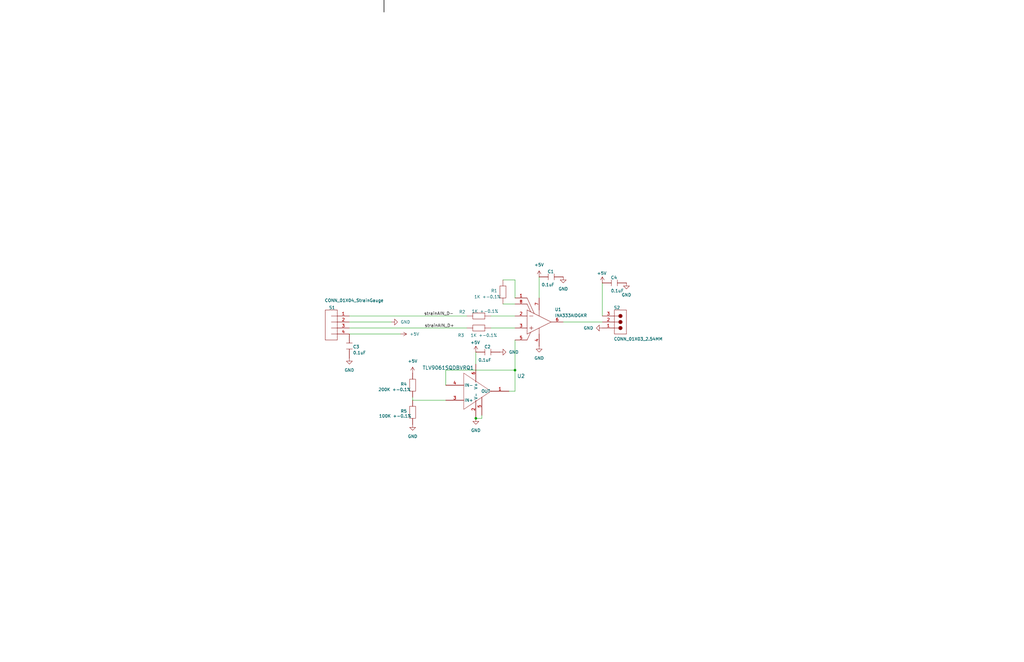
<source format=kicad_sch>
(kicad_sch
	(version 20250114)
	(generator "eeschema")
	(generator_version "9.0")
	(uuid "a5b29326-90ee-4f27-a2a2-b00e145324d7")
	(paper "User" 431.8 279.4)
	(lib_symbols
		(symbol "StrainAmplifierV1:TLV9061SQDBVRQ1"
			(pin_names
				(offset 0.254)
			)
			(exclude_from_sim no)
			(in_bom yes)
			(on_board yes)
			(property "Reference" "U2"
				(at 31.75 3.8802 0)
				(effects
					(font
						(size 1.524 1.524)
					)
				)
			)
			(property "Value" "TLV9061SQDBVRQ1"
				(at 1.016 7.366 0)
				(effects
					(font
						(size 1.524 1.524)
					)
				)
			)
			(property "Footprint" "Package_TO_SOT_SMD:TSOT-23-6"
				(at 0 0 0)
				(effects
					(font
						(size 1.27 1.27)
						(italic yes)
					)
					(hide yes)
				)
			)
			(property "Datasheet" "https://www.ti.com/lit/gpn/tlv9061-q1"
				(at 1.524 11.938 0)
				(effects
					(font
						(size 1.27 1.27)
						(italic yes)
					)
					(hide yes)
				)
			)
			(property "Description" ""
				(at 0 0 0)
				(effects
					(font
						(size 1.27 1.27)
					)
					(hide yes)
				)
			)
			(property "ARROW PART NUMBER" ""
				(at 0 0 0)
				(effects
					(font
						(size 1.27 1.27)
					)
					(hide yes)
				)
			)
			(property "ARROW PRICE/STOCK" ""
				(at 0 0 0)
				(effects
					(font
						(size 1.27 1.27)
					)
					(hide yes)
				)
			)
			(property "DATASHEET LINK" ""
				(at 0 0 0)
				(effects
					(font
						(size 1.27 1.27)
					)
					(hide yes)
				)
			)
			(property "HEIGHT" ""
				(at 0 0 0)
				(effects
					(font
						(size 1.27 1.27)
					)
					(hide yes)
				)
			)
			(property "MANUFACTURER_NAME" ""
				(at 0 0 0)
				(effects
					(font
						(size 1.27 1.27)
					)
					(hide yes)
				)
			)
			(property "MANUFACTURER_PART_NUMBER" ""
				(at 0 0 0)
				(effects
					(font
						(size 1.27 1.27)
					)
					(hide yes)
				)
			)
			(property "MOUSER PART NUMBER" ""
				(at 0 0 0)
				(effects
					(font
						(size 1.27 1.27)
					)
					(hide yes)
				)
			)
			(property "MOUSER PRICE/STOCK" ""
				(at 0 0 0)
				(effects
					(font
						(size 1.27 1.27)
					)
					(hide yes)
				)
			)
			(property "ki_locked" ""
				(at 0 0 0)
				(effects
					(font
						(size 1.27 1.27)
					)
				)
			)
			(property "ki_keywords" "TLV9061SQDBVRQ1"
				(at 0 0 0)
				(effects
					(font
						(size 1.27 1.27)
					)
					(hide yes)
				)
			)
			(property "ki_fp_filters" "SOT_BVRQ1_TEX SOT_BVRQ1_TEX-M SOT_BVRQ1_TEX-L"
				(at 0 0 0)
				(effects
					(font
						(size 1.27 1.27)
					)
					(hide yes)
				)
			)
			(symbol "TLV9061SQDBVRQ1_0_1"
				(polyline
					(pts
						(xy 7.62 5.08) (xy 7.62 -10.16)
					)
					(stroke
						(width 0.127)
						(type default)
					)
					(fill
						(type none)
					)
				)
				(polyline
					(pts
						(xy 7.62 -10.16) (xy 19.05 -2.54)
					)
					(stroke
						(width 0.127)
						(type default)
					)
					(fill
						(type none)
					)
				)
				(polyline
					(pts
						(xy 19.05 -2.54) (xy 7.62 5.08)
					)
					(stroke
						(width 0.127)
						(type default)
					)
					(fill
						(type none)
					)
				)
				(pin input line
					(at 0 0 0)
					(length 7.62)
					(name "IN-"
						(effects
							(font
								(size 1.27 1.27)
							)
						)
					)
					(number "4"
						(effects
							(font
								(size 1.27 1.27)
							)
						)
					)
				)
				(pin input line
					(at 0 -6.35 0)
					(length 7.62)
					(name "IN+"
						(effects
							(font
								(size 1.27 1.27)
							)
						)
					)
					(number "3"
						(effects
							(font
								(size 1.27 1.27)
							)
						)
					)
				)
				(pin power_in line
					(at 12.7 8.89 270)
					(length 7.62)
					(name "V+"
						(effects
							(font
								(size 1.27 1.27)
							)
						)
					)
					(number "6"
						(effects
							(font
								(size 1.27 1.27)
							)
						)
					)
				)
				(pin power_in line
					(at 12.7 -13.97 90)
					(length 7.62)
					(name "V-"
						(effects
							(font
								(size 1.27 1.27)
							)
						)
					)
					(number "2"
						(effects
							(font
								(size 1.27 1.27)
							)
						)
					)
				)
				(pin output line
					(at 26.67 -2.54 180)
					(length 7.62)
					(name "OUT"
						(effects
							(font
								(size 1.27 1.27)
							)
						)
					)
					(number "1"
						(effects
							(font
								(size 1.27 1.27)
							)
						)
					)
				)
			)
			(symbol "TLV9061SQDBVRQ1_1_1"
				(pin passive line
					(at 15.24 -12.7 90)
					(length 7.62)
					(name ""
						(effects
							(font
								(size 1.27 1.27)
							)
						)
					)
					(number "5"
						(effects
							(font
								(size 1.27 1.27)
							)
						)
					)
				)
			)
			(embedded_fonts no)
		)
		(symbol "StrainAmplifierV1:root_0_CAP_0805_GenericSchematic-library.SchLib"
			(pin_numbers
				(hide yes)
			)
			(pin_names
				(hide yes)
			)
			(exclude_from_sim no)
			(in_bom yes)
			(on_board yes)
			(property "Reference" ""
				(at 0 0 0)
				(effects
					(font
						(size 1.27 1.27)
					)
				)
			)
			(property "Value" ""
				(at 0 0 0)
				(effects
					(font
						(size 1.27 1.27)
					)
				)
			)
			(property "Footprint" ""
				(at 0 0 0)
				(effects
					(font
						(size 1.27 1.27)
					)
					(hide yes)
				)
			)
			(property "Datasheet" ""
				(at 0 0 0)
				(effects
					(font
						(size 1.27 1.27)
					)
					(hide yes)
				)
			)
			(property "Description" "Generic 0805 component"
				(at 0 0 0)
				(effects
					(font
						(size 1.27 1.27)
					)
					(hide yes)
				)
			)
			(property "ki_fp_filters" "*CAP_0805*"
				(at 0 0 0)
				(effects
					(font
						(size 1.27 1.27)
					)
					(hide yes)
				)
			)
			(symbol "root_0_CAP_0805_GenericSchematic-library.SchLib_1_0"
				(polyline
					(pts
						(xy -1.27 1.27) (xy -1.27 -1.27)
					)
					(stroke
						(width 0)
						(type solid)
					)
					(fill
						(type none)
					)
				)
				(polyline
					(pts
						(xy 1.27 1.27) (xy 1.27 -1.27)
					)
					(stroke
						(width 0)
						(type solid)
					)
					(fill
						(type none)
					)
				)
				(pin passive line
					(at -5.08 0 0)
					(length 3.81)
					(name ""
						(effects
							(font
								(size 1.27 1.27)
							)
						)
					)
					(number "1"
						(effects
							(font
								(size 1.27 1.27)
							)
						)
					)
				)
				(pin passive line
					(at 5.08 0 180)
					(length 3.81)
					(name ""
						(effects
							(font
								(size 1.27 1.27)
							)
						)
					)
					(number "2"
						(effects
							(font
								(size 1.27 1.27)
							)
						)
					)
				)
			)
			(embedded_fonts no)
		)
		(symbol "StrainAmplifierV1:root_0_CONN_01X04_StrainGauge_GenericSchematic-library.SchLib"
			(pin_names
				(hide yes)
			)
			(exclude_from_sim no)
			(in_bom yes)
			(on_board yes)
			(property "Reference" ""
				(at 0 0 0)
				(effects
					(font
						(size 1.27 1.27)
					)
				)
			)
			(property "Value" ""
				(at 0 0 0)
				(effects
					(font
						(size 1.27 1.27)
					)
				)
			)
			(property "Footprint" ""
				(at 0 0 0)
				(effects
					(font
						(size 1.27 1.27)
					)
					(hide yes)
				)
			)
			(property "Datasheet" ""
				(at 0 0 0)
				(effects
					(font
						(size 1.27 1.27)
					)
					(hide yes)
				)
			)
			(property "Description" ""
				(at 0 0 0)
				(effects
					(font
						(size 1.27 1.27)
					)
					(hide yes)
				)
			)
			(property "ki_fp_filters" "*CONN_01X04*"
				(at 0 0 0)
				(effects
					(font
						(size 1.27 1.27)
					)
					(hide yes)
				)
			)
			(symbol "root_0_CONN_01X04_StrainGauge_GenericSchematic-library.SchLib_1_0"
				(polyline
					(pts
						(xy -2.54 7.62) (xy 2.54 7.62) (xy 2.54 -5.08) (xy -2.54 -5.08) (xy -2.54 7.62)
					)
					(stroke
						(width 0)
						(type solid)
					)
					(fill
						(type none)
					)
				)
				(polyline
					(pts
						(xy 2.54 5.08) (xy 0 5.08)
					)
					(stroke
						(width 0)
						(type solid)
					)
					(fill
						(type none)
					)
				)
				(polyline
					(pts
						(xy 2.54 2.54) (xy 0 2.54)
					)
					(stroke
						(width 0)
						(type solid)
					)
					(fill
						(type none)
					)
				)
				(polyline
					(pts
						(xy 2.54 0) (xy 0 0)
					)
					(stroke
						(width 0)
						(type solid)
					)
					(fill
						(type none)
					)
				)
				(polyline
					(pts
						(xy 2.54 -2.54) (xy 0 -2.54)
					)
					(stroke
						(width 0)
						(type solid)
					)
					(fill
						(type none)
					)
				)
				(pin input line
					(at 7.62 5.08 180)
					(length 5.08)
					(name ""
						(effects
							(font
								(size 1.27 1.27)
							)
						)
					)
					(number "1"
						(effects
							(font
								(size 1.27 1.27)
							)
						)
					)
				)
				(pin power_out line
					(at 7.62 2.54 180)
					(length 5.08)
					(name ""
						(effects
							(font
								(size 1.27 1.27)
							)
						)
					)
					(number "2"
						(effects
							(font
								(size 1.27 1.27)
							)
						)
					)
				)
				(pin input line
					(at 7.62 0 180)
					(length 5.08)
					(name ""
						(effects
							(font
								(size 1.27 1.27)
							)
						)
					)
					(number "3"
						(effects
							(font
								(size 1.27 1.27)
							)
						)
					)
				)
				(pin power_out line
					(at 7.62 -2.54 180)
					(length 5.08)
					(name ""
						(effects
							(font
								(size 1.27 1.27)
							)
						)
					)
					(number "4"
						(effects
							(font
								(size 1.27 1.27)
							)
						)
					)
				)
			)
			(embedded_fonts no)
		)
		(symbol "StrainAmplifierV1:root_0_TI-INAXXXXXX8_Altium Content Vault"
			(pin_names
				(hide yes)
			)
			(exclude_from_sim no)
			(in_bom yes)
			(on_board yes)
			(property "Reference" ""
				(at 0 0 0)
				(effects
					(font
						(size 1.27 1.27)
					)
				)
			)
			(property "Value" ""
				(at 0 0 0)
				(effects
					(font
						(size 1.27 1.27)
					)
				)
			)
			(property "Footprint" ""
				(at 0 0 0)
				(effects
					(font
						(size 1.27 1.27)
					)
					(hide yes)
				)
			)
			(property "Datasheet" ""
				(at 0 0 0)
				(effects
					(font
						(size 1.27 1.27)
					)
					(hide yes)
				)
			)
			(property "Description" "Low Power, Precision Instrumentation Amplifier, -40 to 125 degC, 8-pin SOP (DGK8), Green (RoHS & no Sb/Br)"
				(at 0 0 0)
				(effects
					(font
						(size 1.27 1.27)
					)
					(hide yes)
				)
			)
			(property "ki_fp_filters" "*DGK0008A_N*"
				(at 0 0 0)
				(effects
					(font
						(size 1.27 1.27)
					)
					(hide yes)
				)
			)
			(symbol "root_0_TI-INAXXXXXX8_Altium Content Vault_1_0"
				(polyline
					(pts
						(xy 0 0) (xy 0 -10.16)
					)
					(stroke
						(width 0)
						(type solid)
					)
					(fill
						(type none)
					)
				)
				(polyline
					(pts
						(xy 0 0) (xy 10.16 -5.08)
					)
					(stroke
						(width 0)
						(type solid)
					)
					(fill
						(type none)
					)
				)
				(polyline
					(pts
						(xy 0 -10.16) (xy 10.16 -5.08)
					)
					(stroke
						(width 0)
						(type solid)
					)
					(fill
						(type none)
					)
				)
				(polyline
					(pts
						(xy 1.016 -2.54) (xy 2.54 -2.54)
					)
					(stroke
						(width 0)
						(type solid)
					)
					(fill
						(type none)
					)
				)
				(polyline
					(pts
						(xy 1.016 -7.62) (xy 2.54 -7.62)
					)
					(stroke
						(width 0)
						(type solid)
					)
					(fill
						(type none)
					)
				)
				(polyline
					(pts
						(xy 1.524 -0.762) (xy 0 2.54)
					)
					(stroke
						(width 0)
						(type solid)
					)
					(fill
						(type none)
					)
				)
				(polyline
					(pts
						(xy 1.524 -9.398) (xy 0 -12.7)
					)
					(stroke
						(width 0)
						(type solid)
					)
					(fill
						(type none)
					)
				)
				(polyline
					(pts
						(xy 1.778 -6.858) (xy 1.778 -8.382)
					)
					(stroke
						(width 0)
						(type solid)
					)
					(fill
						(type none)
					)
				)
				(polyline
					(pts
						(xy 3.048 -1.524) (xy 0 5.08)
					)
					(stroke
						(width 0)
						(type solid)
					)
					(fill
						(type none)
					)
				)
				(polyline
					(pts
						(xy 5.08 0) (xy 5.08 -2.54)
					)
					(stroke
						(width 0)
						(type solid)
					)
					(fill
						(type none)
					)
				)
				(polyline
					(pts
						(xy 5.08 -7.62) (xy 5.08 -10.16)
					)
					(stroke
						(width 0)
						(type solid)
					)
					(fill
						(type none)
					)
				)
				(pin input line
					(at -5.08 5.08 0)
					(length 5.08)
					(name "RG"
						(effects
							(font
								(size 1.27 1.27)
							)
						)
					)
					(number "1"
						(effects
							(font
								(size 1.27 1.27)
							)
						)
					)
				)
				(pin input line
					(at -5.08 2.54 0)
					(length 5.08)
					(name "RG"
						(effects
							(font
								(size 1.27 1.27)
							)
						)
					)
					(number "8"
						(effects
							(font
								(size 1.27 1.27)
							)
						)
					)
				)
				(pin input line
					(at -5.08 -2.54 0)
					(length 5.08)
					(name "VIN-"
						(effects
							(font
								(size 1.27 1.27)
							)
						)
					)
					(number "2"
						(effects
							(font
								(size 1.27 1.27)
							)
						)
					)
				)
				(pin input line
					(at -5.08 -7.62 0)
					(length 5.08)
					(name "VIN+"
						(effects
							(font
								(size 1.27 1.27)
							)
						)
					)
					(number "3"
						(effects
							(font
								(size 1.27 1.27)
							)
						)
					)
				)
				(pin input line
					(at -5.08 -12.7 0)
					(length 5.08)
					(name "REF"
						(effects
							(font
								(size 1.27 1.27)
							)
						)
					)
					(number "5"
						(effects
							(font
								(size 1.27 1.27)
							)
						)
					)
				)
				(pin power_in line
					(at 5.08 5.08 270)
					(length 5.08)
					(name "V+"
						(effects
							(font
								(size 1.27 1.27)
							)
						)
					)
					(number "7"
						(effects
							(font
								(size 1.27 1.27)
							)
						)
					)
				)
				(pin power_in line
					(at 5.08 -15.24 90)
					(length 5.08)
					(name "V-"
						(effects
							(font
								(size 1.27 1.27)
							)
						)
					)
					(number "4"
						(effects
							(font
								(size 1.27 1.27)
							)
						)
					)
				)
				(pin output line
					(at 15.24 -5.08 180)
					(length 5.08)
					(name "VOUT"
						(effects
							(font
								(size 1.27 1.27)
							)
						)
					)
					(number "6"
						(effects
							(font
								(size 1.27 1.27)
							)
						)
					)
				)
			)
			(embedded_fonts no)
		)
		(symbol "StrainAmplifierV1:root_1_CAP_0805_GenericSchematic-library.SchLib"
			(pin_numbers
				(hide yes)
			)
			(pin_names
				(hide yes)
			)
			(exclude_from_sim no)
			(in_bom yes)
			(on_board yes)
			(property "Reference" ""
				(at 0 0 0)
				(effects
					(font
						(size 1.27 1.27)
					)
				)
			)
			(property "Value" ""
				(at 0 0 0)
				(effects
					(font
						(size 1.27 1.27)
					)
				)
			)
			(property "Footprint" ""
				(at 0 0 0)
				(effects
					(font
						(size 1.27 1.27)
					)
					(hide yes)
				)
			)
			(property "Datasheet" ""
				(at 0 0 0)
				(effects
					(font
						(size 1.27 1.27)
					)
					(hide yes)
				)
			)
			(property "Description" "Generic 0805 component"
				(at 0 0 0)
				(effects
					(font
						(size 1.27 1.27)
					)
					(hide yes)
				)
			)
			(property "ki_fp_filters" "*CAP_0805*"
				(at 0 0 0)
				(effects
					(font
						(size 1.27 1.27)
					)
					(hide yes)
				)
			)
			(symbol "root_1_CAP_0805_GenericSchematic-library.SchLib_1_0"
				(polyline
					(pts
						(xy -1.27 1.27) (xy 1.27 1.27)
					)
					(stroke
						(width 0)
						(type solid)
					)
					(fill
						(type none)
					)
				)
				(polyline
					(pts
						(xy -1.27 -1.27) (xy 1.27 -1.27)
					)
					(stroke
						(width 0)
						(type solid)
					)
					(fill
						(type none)
					)
				)
				(pin passive line
					(at 0 5.08 270)
					(length 3.81)
					(name ""
						(effects
							(font
								(size 1.27 1.27)
							)
						)
					)
					(number "2"
						(effects
							(font
								(size 1.27 1.27)
							)
						)
					)
				)
				(pin passive line
					(at 0 -5.08 90)
					(length 3.81)
					(name ""
						(effects
							(font
								(size 1.27 1.27)
							)
						)
					)
					(number "1"
						(effects
							(font
								(size 1.27 1.27)
							)
						)
					)
				)
			)
			(embedded_fonts no)
		)
		(symbol "StrainAmplifierV1:root_1_RES_0805_GenericSchematic-library.SchLib"
			(pin_numbers
				(hide yes)
			)
			(pin_names
				(hide yes)
			)
			(exclude_from_sim no)
			(in_bom yes)
			(on_board yes)
			(property "Reference" ""
				(at 0 0 0)
				(effects
					(font
						(size 1.27 1.27)
					)
				)
			)
			(property "Value" ""
				(at 0 0 0)
				(effects
					(font
						(size 1.27 1.27)
					)
				)
			)
			(property "Footprint" ""
				(at 0 0 0)
				(effects
					(font
						(size 1.27 1.27)
					)
					(hide yes)
				)
			)
			(property "Datasheet" ""
				(at 0 0 0)
				(effects
					(font
						(size 1.27 1.27)
					)
					(hide yes)
				)
			)
			(property "Description" "RES_0805"
				(at 0 0 0)
				(effects
					(font
						(size 1.27 1.27)
					)
					(hide yes)
				)
			)
			(property "ki_fp_filters" "*RES_0805*"
				(at 0 0 0)
				(effects
					(font
						(size 1.27 1.27)
					)
					(hide yes)
				)
			)
			(symbol "root_1_RES_0805_GenericSchematic-library.SchLib_1_0"
				(polyline
					(pts
						(xy 0 -2.54) (xy -1.27 -2.54) (xy -1.27 2.54) (xy 1.27 2.54) (xy 1.27 -2.54) (xy 0 -2.54)
					)
					(stroke
						(width 0)
						(type solid)
					)
					(fill
						(type none)
					)
				)
				(pin passive line
					(at 0 5.08 270)
					(length 2.54)
					(name ""
						(effects
							(font
								(size 1.27 1.27)
							)
						)
					)
					(number "2"
						(effects
							(font
								(size 1.27 1.27)
							)
						)
					)
				)
				(pin passive line
					(at 0 -5.08 90)
					(length 2.54)
					(name ""
						(effects
							(font
								(size 1.27 1.27)
							)
						)
					)
					(number "1"
						(effects
							(font
								(size 1.27 1.27)
							)
						)
					)
				)
			)
			(embedded_fonts no)
		)
		(symbol "StrainAmplifierV1:root_2_CAP_0805_GenericSchematic-library.SchLib"
			(pin_numbers
				(hide yes)
			)
			(pin_names
				(hide yes)
			)
			(exclude_from_sim no)
			(in_bom yes)
			(on_board yes)
			(property "Reference" ""
				(at 0 0 0)
				(effects
					(font
						(size 1.27 1.27)
					)
				)
			)
			(property "Value" ""
				(at 0 0 0)
				(effects
					(font
						(size 1.27 1.27)
					)
				)
			)
			(property "Footprint" ""
				(at 0 0 0)
				(effects
					(font
						(size 1.27 1.27)
					)
					(hide yes)
				)
			)
			(property "Datasheet" ""
				(at 0 0 0)
				(effects
					(font
						(size 1.27 1.27)
					)
					(hide yes)
				)
			)
			(property "Description" "Generic 0805 component"
				(at 0 0 0)
				(effects
					(font
						(size 1.27 1.27)
					)
					(hide yes)
				)
			)
			(property "ki_fp_filters" "*CAP_0805*"
				(at 0 0 0)
				(effects
					(font
						(size 1.27 1.27)
					)
					(hide yes)
				)
			)
			(symbol "root_2_CAP_0805_GenericSchematic-library.SchLib_1_0"
				(polyline
					(pts
						(xy -1.27 -1.27) (xy -1.27 1.27)
					)
					(stroke
						(width 0)
						(type solid)
					)
					(fill
						(type none)
					)
				)
				(polyline
					(pts
						(xy 1.27 -1.27) (xy 1.27 1.27)
					)
					(stroke
						(width 0)
						(type solid)
					)
					(fill
						(type none)
					)
				)
				(pin passive line
					(at -5.08 0 0)
					(length 3.81)
					(name ""
						(effects
							(font
								(size 1.27 1.27)
							)
						)
					)
					(number "2"
						(effects
							(font
								(size 1.27 1.27)
							)
						)
					)
				)
				(pin passive line
					(at 5.08 0 180)
					(length 3.81)
					(name ""
						(effects
							(font
								(size 1.27 1.27)
							)
						)
					)
					(number "1"
						(effects
							(font
								(size 1.27 1.27)
							)
						)
					)
				)
			)
			(embedded_fonts no)
		)
		(symbol "StrainAmplifierV1:root_2_RES_0805_GenericSchematic-library.SchLib"
			(pin_numbers
				(hide yes)
			)
			(pin_names
				(hide yes)
			)
			(exclude_from_sim no)
			(in_bom yes)
			(on_board yes)
			(property "Reference" ""
				(at 0 0 0)
				(effects
					(font
						(size 1.27 1.27)
					)
				)
			)
			(property "Value" ""
				(at 0 0 0)
				(effects
					(font
						(size 1.27 1.27)
					)
				)
			)
			(property "Footprint" ""
				(at 0 0 0)
				(effects
					(font
						(size 1.27 1.27)
					)
					(hide yes)
				)
			)
			(property "Datasheet" ""
				(at 0 0 0)
				(effects
					(font
						(size 1.27 1.27)
					)
					(hide yes)
				)
			)
			(property "Description" "RES_0805"
				(at 0 0 0)
				(effects
					(font
						(size 1.27 1.27)
					)
					(hide yes)
				)
			)
			(property "ki_fp_filters" "*RES_0805*"
				(at 0 0 0)
				(effects
					(font
						(size 1.27 1.27)
					)
					(hide yes)
				)
			)
			(symbol "root_2_RES_0805_GenericSchematic-library.SchLib_1_0"
				(polyline
					(pts
						(xy 2.54 0) (xy 2.54 -1.27) (xy -2.54 -1.27) (xy -2.54 1.27) (xy 2.54 1.27) (xy 2.54 0)
					)
					(stroke
						(width 0)
						(type solid)
					)
					(fill
						(type none)
					)
				)
				(pin passive line
					(at -5.08 0 0)
					(length 2.54)
					(name ""
						(effects
							(font
								(size 1.27 1.27)
							)
						)
					)
					(number "2"
						(effects
							(font
								(size 1.27 1.27)
							)
						)
					)
				)
				(pin passive line
					(at 5.08 0 180)
					(length 2.54)
					(name ""
						(effects
							(font
								(size 1.27 1.27)
							)
						)
					)
					(number "1"
						(effects
							(font
								(size 1.27 1.27)
							)
						)
					)
				)
			)
			(embedded_fonts no)
		)
		(symbol "StrainAmplifierV1:root_2_mirrored_CONN_01X03_2.54MM_GenericSchematic-library.SchLib"
			(pin_names
				(hide yes)
			)
			(exclude_from_sim no)
			(in_bom yes)
			(on_board yes)
			(property "Reference" ""
				(at 0 0 0)
				(effects
					(font
						(size 1.27 1.27)
					)
				)
			)
			(property "Value" ""
				(at 0 0 0)
				(effects
					(font
						(size 1.27 1.27)
					)
				)
			)
			(property "Footprint" ""
				(at 0 0 0)
				(effects
					(font
						(size 1.27 1.27)
					)
					(hide yes)
				)
			)
			(property "Datasheet" ""
				(at 0 0 0)
				(effects
					(font
						(size 1.27 1.27)
					)
					(hide yes)
				)
			)
			(property "Description" ""
				(at 0 0 0)
				(effects
					(font
						(size 1.27 1.27)
					)
					(hide yes)
				)
			)
			(property "ki_fp_filters" "*61300311121*"
				(at 0 0 0)
				(effects
					(font
						(size 1.27 1.27)
					)
					(hide yes)
				)
			)
			(symbol "root_2_mirrored_CONN_01X03_2.54MM_GenericSchematic-library.SchLib_1_0"
				(polyline
					(pts
						(xy 0 2.54) (xy 1.778 2.54)
					)
					(stroke
						(width 0)
						(type solid)
					)
					(fill
						(type none)
					)
				)
				(polyline
					(pts
						(xy 0 0) (xy 1.778 0)
					)
					(stroke
						(width 0)
						(type solid)
					)
					(fill
						(type none)
					)
				)
				(polyline
					(pts
						(xy 0 -2.54) (xy 1.778 -2.54)
					)
					(stroke
						(width 0)
						(type solid)
					)
					(fill
						(type none)
					)
				)
				(circle
					(center 2.54 2.54)
					(radius 0.762)
					(stroke
						(width 0)
						(type solid)
					)
					(fill
						(type outline)
					)
				)
				(circle
					(center 2.54 0)
					(radius 0.762)
					(stroke
						(width 0)
						(type solid)
					)
					(fill
						(type outline)
					)
				)
				(circle
					(center 2.54 -2.54)
					(radius 0.762)
					(stroke
						(width 0)
						(type solid)
					)
					(fill
						(type outline)
					)
				)
				(polyline
					(pts
						(xy 5.08 -5.08) (xy 0 -5.08) (xy 0 5.08) (xy 5.08 5.08) (xy 5.08 -5.08)
					)
					(stroke
						(width 0)
						(type solid)
					)
					(fill
						(type none)
					)
				)
				(pin passive line
					(at -5.08 2.54 0)
					(length 5.08)
					(name "3"
						(effects
							(font
								(size 1.27 1.27)
							)
						)
					)
					(number "3"
						(effects
							(font
								(size 1.27 1.27)
							)
						)
					)
				)
				(pin passive line
					(at -5.08 0 0)
					(length 5.08)
					(name "2"
						(effects
							(font
								(size 1.27 1.27)
							)
						)
					)
					(number "2"
						(effects
							(font
								(size 1.27 1.27)
							)
						)
					)
				)
				(pin passive line
					(at -5.08 -2.54 0)
					(length 5.08)
					(name "1"
						(effects
							(font
								(size 1.27 1.27)
							)
						)
					)
					(number "1"
						(effects
							(font
								(size 1.27 1.27)
							)
						)
					)
				)
			)
			(embedded_fonts no)
		)
		(symbol "power:+5V"
			(power)
			(pin_numbers
				(hide yes)
			)
			(pin_names
				(offset 0)
				(hide yes)
			)
			(exclude_from_sim no)
			(in_bom yes)
			(on_board yes)
			(property "Reference" "#PWR"
				(at 0 -3.81 0)
				(effects
					(font
						(size 1.27 1.27)
					)
					(hide yes)
				)
			)
			(property "Value" "+5V"
				(at 0 3.556 0)
				(effects
					(font
						(size 1.27 1.27)
					)
				)
			)
			(property "Footprint" ""
				(at 0 0 0)
				(effects
					(font
						(size 1.27 1.27)
					)
					(hide yes)
				)
			)
			(property "Datasheet" ""
				(at 0 0 0)
				(effects
					(font
						(size 1.27 1.27)
					)
					(hide yes)
				)
			)
			(property "Description" "Power symbol creates a global label with name \"+5V\""
				(at 0 0 0)
				(effects
					(font
						(size 1.27 1.27)
					)
					(hide yes)
				)
			)
			(property "ki_keywords" "global power"
				(at 0 0 0)
				(effects
					(font
						(size 1.27 1.27)
					)
					(hide yes)
				)
			)
			(symbol "+5V_0_1"
				(polyline
					(pts
						(xy -0.762 1.27) (xy 0 2.54)
					)
					(stroke
						(width 0)
						(type default)
					)
					(fill
						(type none)
					)
				)
				(polyline
					(pts
						(xy 0 2.54) (xy 0.762 1.27)
					)
					(stroke
						(width 0)
						(type default)
					)
					(fill
						(type none)
					)
				)
				(polyline
					(pts
						(xy 0 0) (xy 0 2.54)
					)
					(stroke
						(width 0)
						(type default)
					)
					(fill
						(type none)
					)
				)
			)
			(symbol "+5V_1_1"
				(pin power_in line
					(at 0 0 90)
					(length 0)
					(name "~"
						(effects
							(font
								(size 1.27 1.27)
							)
						)
					)
					(number "1"
						(effects
							(font
								(size 1.27 1.27)
							)
						)
					)
				)
			)
			(embedded_fonts no)
		)
		(symbol "power:GND"
			(power)
			(pin_numbers
				(hide yes)
			)
			(pin_names
				(offset 0)
				(hide yes)
			)
			(exclude_from_sim no)
			(in_bom yes)
			(on_board yes)
			(property "Reference" "#PWR"
				(at 0 -6.35 0)
				(effects
					(font
						(size 1.27 1.27)
					)
					(hide yes)
				)
			)
			(property "Value" "GND"
				(at 0 -3.81 0)
				(effects
					(font
						(size 1.27 1.27)
					)
				)
			)
			(property "Footprint" ""
				(at 0 0 0)
				(effects
					(font
						(size 1.27 1.27)
					)
					(hide yes)
				)
			)
			(property "Datasheet" ""
				(at 0 0 0)
				(effects
					(font
						(size 1.27 1.27)
					)
					(hide yes)
				)
			)
			(property "Description" "Power symbol creates a global label with name \"GND\" , ground"
				(at 0 0 0)
				(effects
					(font
						(size 1.27 1.27)
					)
					(hide yes)
				)
			)
			(property "ki_keywords" "global power"
				(at 0 0 0)
				(effects
					(font
						(size 1.27 1.27)
					)
					(hide yes)
				)
			)
			(symbol "GND_0_1"
				(polyline
					(pts
						(xy 0 0) (xy 0 -1.27) (xy 1.27 -1.27) (xy 0 -2.54) (xy -1.27 -1.27) (xy 0 -1.27)
					)
					(stroke
						(width 0)
						(type default)
					)
					(fill
						(type none)
					)
				)
			)
			(symbol "GND_1_1"
				(pin power_in line
					(at 0 0 270)
					(length 0)
					(name "~"
						(effects
							(font
								(size 1.27 1.27)
							)
						)
					)
					(number "1"
						(effects
							(font
								(size 1.27 1.27)
							)
						)
					)
				)
			)
			(embedded_fonts no)
		)
	)
	(junction
		(at 217.17 156.21)
		(diameter 0)
		(color 0 0 0 0)
		(uuid "1c01c31f-4f2e-44a8-ac98-4dfd29eaf388")
	)
	(junction
		(at 200.66 176.53)
		(diameter 0)
		(color 0 0 0 0)
		(uuid "73406e9c-f1d5-416c-bd3a-5da537ba2555")
	)
	(wire
		(pts
			(xy 217.17 165.1) (xy 214.63 165.1)
		)
		(stroke
			(width 0)
			(type default)
		)
		(uuid "350870f8-5436-45e3-9b2f-de7ec38c2e8b")
	)
	(wire
		(pts
			(xy 212.09 128.27) (xy 217.17 128.27)
		)
		(stroke
			(width 0)
			(type default)
		)
		(uuid "394333c7-715d-4e55-8c06-a65368fdf85a")
	)
	(wire
		(pts
			(xy 217.17 143.51) (xy 217.17 156.21)
		)
		(stroke
			(width 0)
			(type default)
		)
		(uuid "3a45fd8e-8162-4a20-822f-6e617f9cf80d")
	)
	(wire
		(pts
			(xy 147.32 140.97) (xy 168.91 140.97)
		)
		(stroke
			(width 0)
			(type default)
		)
		(uuid "3c3947eb-2279-40e7-9d0a-0a3a5a7a480e")
	)
	(wire
		(pts
			(xy 237.49 135.89) (xy 254 135.89)
		)
		(stroke
			(width 0)
			(type default)
		)
		(uuid "41f709db-205f-4942-b5a2-73ea87121849")
	)
	(wire
		(pts
			(xy 254 119.38) (xy 254 133.35)
		)
		(stroke
			(width 0)
			(type default)
		)
		(uuid "46987140-dfc8-4eff-8199-f66b5e10f36d")
	)
	(wire
		(pts
			(xy 147.32 138.43) (xy 196.85 138.43)
		)
		(stroke
			(width 0)
			(type default)
		)
		(uuid "4976cf93-7d77-4de7-869c-f7ec34fde842")
	)
	(wire
		(pts
			(xy 203.2 176.53) (xy 203.2 175.26)
		)
		(stroke
			(width 0)
			(type default)
		)
		(uuid "522547c2-081a-48c0-96d8-53310492363a")
	)
	(wire
		(pts
			(xy 217.17 156.21) (xy 217.17 165.1)
		)
		(stroke
			(width 0)
			(type default)
		)
		(uuid "62cd21de-350d-4b11-916b-0a737848a9bb")
	)
	(wire
		(pts
			(xy 207.01 138.43) (xy 217.17 138.43)
		)
		(stroke
			(width 0)
			(type default)
		)
		(uuid "6bce6e70-7d7f-4fa6-8c13-ecb812abc496")
	)
	(wire
		(pts
			(xy 173.99 167.64) (xy 173.99 168.91)
		)
		(stroke
			(width 0)
			(type default)
		)
		(uuid "6e3df448-1765-4bc1-bced-79771f9f01cb")
	)
	(wire
		(pts
			(xy 227.33 125.73) (xy 227.33 116.84)
		)
		(stroke
			(width 0)
			(type default)
		)
		(uuid "912b0822-2cd0-4d4a-b53a-355a1ea72d0b")
	)
	(wire
		(pts
			(xy 200.66 148.59) (xy 200.66 153.67)
		)
		(stroke
			(width 0)
			(type default)
		)
		(uuid "92fce289-0c0e-4672-ab68-f3e880bd6e3d")
	)
	(wire
		(pts
			(xy 217.17 125.73) (xy 217.17 118.11)
		)
		(stroke
			(width 0)
			(type default)
		)
		(uuid "a1eacad0-df4c-428e-9c91-fdb2b7eb77a4")
	)
	(polyline
		(pts
			(xy 161.925 5.08) (xy 161.925 0)
		)
		(stroke
			(width 0.254)
			(type solid)
			(color 0 0 0 1)
		)
		(uuid "bcfb0cd9-a8dc-4bb8-922b-9fe2a12f6947")
	)
	(wire
		(pts
			(xy 147.32 135.89) (xy 165.1 135.89)
		)
		(stroke
			(width 0)
			(type default)
		)
		(uuid "be23f7cc-6b8d-49bf-a6af-b87a4715346c")
	)
	(wire
		(pts
			(xy 187.96 156.21) (xy 217.17 156.21)
		)
		(stroke
			(width 0)
			(type default)
		)
		(uuid "bfa1129d-99c4-48ae-ab94-0069bdbcdf43")
	)
	(wire
		(pts
			(xy 207.01 133.35) (xy 217.17 133.35)
		)
		(stroke
			(width 0)
			(type default)
		)
		(uuid "c171d8af-9ea3-4dd0-9448-ace9fdd3adff")
	)
	(wire
		(pts
			(xy 217.17 118.11) (xy 212.09 118.11)
		)
		(stroke
			(width 0)
			(type default)
		)
		(uuid "d77caebf-9a38-450d-bdf3-a4fc50fb05a3")
	)
	(wire
		(pts
			(xy 147.32 133.35) (xy 196.85 133.35)
		)
		(stroke
			(width 0)
			(type default)
		)
		(uuid "e1bf118f-40a9-4baf-bb84-b5505719c22f")
	)
	(wire
		(pts
			(xy 173.99 168.91) (xy 187.96 168.91)
		)
		(stroke
			(width 0)
			(type default)
		)
		(uuid "f8bd29cd-5803-4ebc-9cb3-f2cc2e265d6c")
	)
	(wire
		(pts
			(xy 187.96 162.56) (xy 187.96 156.21)
		)
		(stroke
			(width 0)
			(type default)
		)
		(uuid "fabbf4fa-155b-4b64-99b4-0f91e1a2fabd")
	)
	(wire
		(pts
			(xy 200.66 176.53) (xy 203.2 176.53)
		)
		(stroke
			(width 0)
			(type default)
		)
		(uuid "fae71364-bac0-447c-9814-592f9a867ec7")
	)
	(label "strainAIN_D-"
		(at 178.816 133.35 0)
		(effects
			(font
				(size 1.27 1.27)
			)
			(justify left bottom)
		)
		(uuid "05a3f213-d510-43b8-b426-e189a5eb18ae")
	)
	(label "strainAIN_D+"
		(at 179.07 138.43 0)
		(effects
			(font
				(size 1.27 1.27)
			)
			(justify left bottom)
		)
		(uuid "a8d382f6-c597-4197-9353-c04ef803af81")
	)
	(symbol
		(lib_id "power:GND")
		(at 210.82 148.59 90)
		(unit 1)
		(exclude_from_sim no)
		(in_bom yes)
		(on_board yes)
		(dnp no)
		(fields_autoplaced yes)
		(uuid "007cd29e-efdb-4294-a42d-75d35503a259")
		(property "Reference" "#PWR012"
			(at 217.17 148.59 0)
			(effects
				(font
					(size 1.27 1.27)
				)
				(hide yes)
			)
		)
		(property "Value" "GND"
			(at 214.63 148.5899 90)
			(effects
				(font
					(size 1.27 1.27)
				)
				(justify right)
			)
		)
		(property "Footprint" ""
			(at 210.82 148.59 0)
			(effects
				(font
					(size 1.27 1.27)
				)
				(hide yes)
			)
		)
		(property "Datasheet" ""
			(at 210.82 148.59 0)
			(effects
				(font
					(size 1.27 1.27)
				)
				(hide yes)
			)
		)
		(property "Description" "Power symbol creates a global label with name \"GND\" , ground"
			(at 210.82 148.59 0)
			(effects
				(font
					(size 1.27 1.27)
				)
				(hide yes)
			)
		)
		(pin "1"
			(uuid "43dd00c4-96ca-49e7-b6cf-67f890554f40")
		)
		(instances
			(project "StrainAmplifierV1"
				(path "/a5b29326-90ee-4f27-a2a2-b00e145324d7"
					(reference "#PWR012")
					(unit 1)
				)
			)
		)
	)
	(symbol
		(lib_id "power:+5V")
		(at 168.91 140.97 270)
		(unit 1)
		(exclude_from_sim no)
		(in_bom yes)
		(on_board yes)
		(dnp no)
		(fields_autoplaced yes)
		(uuid "034b02cb-ff32-4f93-96c6-cf3a55fd9870")
		(property "Reference" "#PWR03"
			(at 165.1 140.97 0)
			(effects
				(font
					(size 1.27 1.27)
				)
				(hide yes)
			)
		)
		(property "Value" "+5V"
			(at 172.72 140.9699 90)
			(effects
				(font
					(size 1.27 1.27)
				)
				(justify left)
			)
		)
		(property "Footprint" ""
			(at 168.91 140.97 0)
			(effects
				(font
					(size 1.27 1.27)
				)
				(hide yes)
			)
		)
		(property "Datasheet" ""
			(at 168.91 140.97 0)
			(effects
				(font
					(size 1.27 1.27)
				)
				(hide yes)
			)
		)
		(property "Description" "Power symbol creates a global label with name \"+5V\""
			(at 168.91 140.97 0)
			(effects
				(font
					(size 1.27 1.27)
				)
				(hide yes)
			)
		)
		(pin "1"
			(uuid "f6cfd8d4-e604-4740-9aaa-54e54f2e9d4a")
		)
		(instances
			(project "StrainAmplifierV1"
				(path "/a5b29326-90ee-4f27-a2a2-b00e145324d7"
					(reference "#PWR03")
					(unit 1)
				)
			)
		)
	)
	(symbol
		(lib_id "power:GND")
		(at 254 138.43 270)
		(unit 1)
		(exclude_from_sim no)
		(in_bom yes)
		(on_board yes)
		(dnp no)
		(fields_autoplaced yes)
		(uuid "040eed5e-1bc1-40d8-8c47-42df4e256a22")
		(property "Reference" "#PWR010"
			(at 247.65 138.43 0)
			(effects
				(font
					(size 1.27 1.27)
				)
				(hide yes)
			)
		)
		(property "Value" "GND"
			(at 250.19 138.4299 90)
			(effects
				(font
					(size 1.27 1.27)
				)
				(justify right)
			)
		)
		(property "Footprint" ""
			(at 254 138.43 0)
			(effects
				(font
					(size 1.27 1.27)
				)
				(hide yes)
			)
		)
		(property "Datasheet" ""
			(at 254 138.43 0)
			(effects
				(font
					(size 1.27 1.27)
				)
				(hide yes)
			)
		)
		(property "Description" "Power symbol creates a global label with name \"GND\" , ground"
			(at 254 138.43 0)
			(effects
				(font
					(size 1.27 1.27)
				)
				(hide yes)
			)
		)
		(pin "1"
			(uuid "6ac0e336-736e-46d8-a95f-7f22fdf896cc")
		)
		(instances
			(project "StrainAmplifierV1"
				(path "/a5b29326-90ee-4f27-a2a2-b00e145324d7"
					(reference "#PWR010")
					(unit 1)
				)
			)
		)
	)
	(symbol
		(lib_id "StrainAmplifierV1:root_0_CAP_0805_GenericSchematic-library.SchLib")
		(at 232.41 116.84 0)
		(unit 0)
		(exclude_from_sim no)
		(in_bom yes)
		(on_board yes)
		(dnp no)
		(uuid "0dedd39e-5fe3-450f-8f11-0064f3a48c4b")
		(property "Reference" "C1"
			(at 230.886 115.316 0)
			(effects
				(font
					(size 1.27 1.27)
				)
				(justify left bottom)
			)
		)
		(property "Value" "0.1uF"
			(at 228.346 120.904 0)
			(effects
				(font
					(size 1.27 1.27)
				)
				(justify left bottom)
			)
		)
		(property "Footprint" "Capacitor_SMD:C_0805_2012Metric_Pad1.18x1.45mm_HandSolder"
			(at 232.41 116.84 0)
			(effects
				(font
					(size 1.27 1.27)
				)
				(hide yes)
			)
		)
		(property "Datasheet" ""
			(at 232.41 116.84 0)
			(effects
				(font
					(size 1.27 1.27)
				)
				(hide yes)
			)
		)
		(property "Description" "Generic 0805 component"
			(at 232.41 116.84 0)
			(effects
				(font
					(size 1.27 1.27)
				)
				(hide yes)
			)
		)
		(property "MANUFACTURER" "YAGEO"
			(at 231.14 123.19 0)
			(effects
				(font
					(size 1.27 1.27)
				)
				(justify left bottom)
				(hide yes)
			)
		)
		(property "MANUFACTURER PART NUMBER" "CC0805JRNPO9BN250"
			(at 231.14 123.19 0)
			(effects
				(font
					(size 1.27 1.27)
				)
				(justify left bottom)
				(hide yes)
			)
		)
		(property "VOLTAGE RATING" "50"
			(at 231.14 123.19 0)
			(effects
				(font
					(size 1.27 1.27)
				)
				(justify left bottom)
				(hide yes)
			)
		)
		(property "DISTRIBUTOR LINK" "https://www.digikey.ca/en/products/detail/yageo/CC0805JRNPO9BN250/5884044"
			(at 231.14 123.19 0)
			(effects
				(font
					(size 1.27 1.27)
				)
				(justify left bottom)
				(hide yes)
			)
		)
		(property "ARROW PART NUMBER" ""
			(at 232.41 116.84 0)
			(effects
				(font
					(size 1.27 1.27)
				)
				(hide yes)
			)
		)
		(property "ARROW PRICE/STOCK" ""
			(at 232.41 116.84 0)
			(effects
				(font
					(size 1.27 1.27)
				)
				(hide yes)
			)
		)
		(property "DATASHEET LINK" ""
			(at 232.41 116.84 0)
			(effects
				(font
					(size 1.27 1.27)
				)
				(hide yes)
			)
		)
		(property "HEIGHT" ""
			(at 232.41 116.84 0)
			(effects
				(font
					(size 1.27 1.27)
				)
				(hide yes)
			)
		)
		(property "MANUFACTURER_NAME" ""
			(at 232.41 116.84 0)
			(effects
				(font
					(size 1.27 1.27)
				)
				(hide yes)
			)
		)
		(property "MANUFACTURER_PART_NUMBER" ""
			(at 232.41 116.84 0)
			(effects
				(font
					(size 1.27 1.27)
				)
				(hide yes)
			)
		)
		(property "MOUSER PART NUMBER" ""
			(at 232.41 116.84 0)
			(effects
				(font
					(size 1.27 1.27)
				)
				(hide yes)
			)
		)
		(property "MOUSER PRICE/STOCK" ""
			(at 232.41 116.84 0)
			(effects
				(font
					(size 1.27 1.27)
				)
				(hide yes)
			)
		)
		(pin "1"
			(uuid "c8cc46d3-d4cd-400b-bfb7-84617e5b4185")
		)
		(pin "2"
			(uuid "1dec3f01-d107-4e06-9957-5311930f1fb8")
		)
		(instances
			(project ""
				(path "/a5b29326-90ee-4f27-a2a2-b00e145324d7"
					(reference "C1")
					(unit 0)
				)
			)
		)
	)
	(symbol
		(lib_id "power:GND")
		(at 200.66 176.53 0)
		(unit 1)
		(exclude_from_sim no)
		(in_bom yes)
		(on_board yes)
		(dnp no)
		(fields_autoplaced yes)
		(uuid "125da2b4-aca3-4a9d-a142-88da958d335c")
		(property "Reference" "#PWR06"
			(at 200.66 182.88 0)
			(effects
				(font
					(size 1.27 1.27)
				)
				(hide yes)
			)
		)
		(property "Value" "GND"
			(at 200.66 181.61 0)
			(effects
				(font
					(size 1.27 1.27)
				)
			)
		)
		(property "Footprint" ""
			(at 200.66 176.53 0)
			(effects
				(font
					(size 1.27 1.27)
				)
				(hide yes)
			)
		)
		(property "Datasheet" ""
			(at 200.66 176.53 0)
			(effects
				(font
					(size 1.27 1.27)
				)
				(hide yes)
			)
		)
		(property "Description" "Power symbol creates a global label with name \"GND\" , ground"
			(at 200.66 176.53 0)
			(effects
				(font
					(size 1.27 1.27)
				)
				(hide yes)
			)
		)
		(pin "1"
			(uuid "8e5e5621-de09-4851-8db8-7c2543ae39b4")
		)
		(instances
			(project "StrainAmplifierV1"
				(path "/a5b29326-90ee-4f27-a2a2-b00e145324d7"
					(reference "#PWR06")
					(unit 1)
				)
			)
		)
	)
	(symbol
		(lib_id "StrainAmplifierV1:root_0_CONN_01X04_StrainGauge_GenericSchematic-library.SchLib")
		(at 139.7 138.43 0)
		(unit 1)
		(exclude_from_sim no)
		(in_bom yes)
		(on_board yes)
		(dnp no)
		(uuid "279110b7-ef81-4f4e-b6cd-48e66f40f1e5")
		(property "Reference" "S1"
			(at 138.684 130.556 0)
			(effects
				(font
					(size 1.27 1.27)
				)
				(justify left bottom)
			)
		)
		(property "Value" "CONN_01X04_StrainGauge"
			(at 136.906 127.508 0)
			(effects
				(font
					(size 1.27 1.27)
				)
				(justify left bottom)
			)
		)
		(property "Footprint" "StrainAmplifierV1:CONN_01X04"
			(at 139.7 138.43 0)
			(effects
				(font
					(size 1.27 1.27)
				)
				(hide yes)
			)
		)
		(property "Datasheet" ""
			(at 139.7 138.43 0)
			(effects
				(font
					(size 1.27 1.27)
				)
				(hide yes)
			)
		)
		(property "Description" ""
			(at 139.7 138.43 0)
			(effects
				(font
					(size 1.27 1.27)
				)
				(hide yes)
			)
		)
		(property "ARROW PART NUMBER" ""
			(at 139.7 138.43 0)
			(effects
				(font
					(size 1.27 1.27)
				)
				(hide yes)
			)
		)
		(property "ARROW PRICE/STOCK" ""
			(at 139.7 138.43 0)
			(effects
				(font
					(size 1.27 1.27)
				)
				(hide yes)
			)
		)
		(property "DATASHEET LINK" ""
			(at 139.7 138.43 0)
			(effects
				(font
					(size 1.27 1.27)
				)
				(hide yes)
			)
		)
		(property "HEIGHT" ""
			(at 139.7 138.43 0)
			(effects
				(font
					(size 1.27 1.27)
				)
				(hide yes)
			)
		)
		(property "MANUFACTURER_NAME" ""
			(at 139.7 138.43 0)
			(effects
				(font
					(size 1.27 1.27)
				)
				(hide yes)
			)
		)
		(property "MANUFACTURER_PART_NUMBER" ""
			(at 139.7 138.43 0)
			(effects
				(font
					(size 1.27 1.27)
				)
				(hide yes)
			)
		)
		(property "MOUSER PART NUMBER" ""
			(at 139.7 138.43 0)
			(effects
				(font
					(size 1.27 1.27)
				)
				(hide yes)
			)
		)
		(property "MOUSER PRICE/STOCK" ""
			(at 139.7 138.43 0)
			(effects
				(font
					(size 1.27 1.27)
				)
				(hide yes)
			)
		)
		(pin "2"
			(uuid "8ecd3728-eac2-4d43-b483-0c583490ee80")
		)
		(pin "4"
			(uuid "7f62a89a-7769-4ce5-af9a-b3196802ec70")
		)
		(pin "1"
			(uuid "fe3cdad1-6a49-449d-8852-49423e44bfb4")
		)
		(pin "3"
			(uuid "3047ff7d-bd52-4d11-81fa-f72545403f33")
		)
		(instances
			(project ""
				(path "/a5b29326-90ee-4f27-a2a2-b00e145324d7"
					(reference "S1")
					(unit 1)
				)
			)
		)
	)
	(symbol
		(lib_id "StrainAmplifierV1:root_1_CAP_0805_GenericSchematic-library.SchLib")
		(at 147.32 146.05 0)
		(unit 0)
		(exclude_from_sim no)
		(in_bom yes)
		(on_board yes)
		(dnp no)
		(uuid "2e5cb583-ad01-42cb-9a31-c35b7ed6cf1a")
		(property "Reference" "C3"
			(at 148.844 147.066 0)
			(effects
				(font
					(size 1.27 1.27)
				)
				(justify left bottom)
			)
		)
		(property "Value" "0.1uF"
			(at 148.844 149.606 0)
			(effects
				(font
					(size 1.27 1.27)
				)
				(justify left bottom)
			)
		)
		(property "Footprint" "Capacitor_SMD:C_0805_2012Metric_Pad1.18x1.45mm_HandSolder"
			(at 147.32 146.05 0)
			(effects
				(font
					(size 1.27 1.27)
				)
				(hide yes)
			)
		)
		(property "Datasheet" ""
			(at 147.32 146.05 0)
			(effects
				(font
					(size 1.27 1.27)
				)
				(hide yes)
			)
		)
		(property "Description" "Generic 0805 component"
			(at 147.32 146.05 0)
			(effects
				(font
					(size 1.27 1.27)
				)
				(hide yes)
			)
		)
		(property "MANUFACTURER" "YAGEO"
			(at 145.796 140.462 0)
			(effects
				(font
					(size 1.27 1.27)
				)
				(justify left bottom)
				(hide yes)
			)
		)
		(property "MANUFACTURER PART NUMBER" "CC0805JRNPO9BN250"
			(at 145.796 140.462 0)
			(effects
				(font
					(size 1.27 1.27)
				)
				(justify left bottom)
				(hide yes)
			)
		)
		(property "VOLTAGE RATING" "50"
			(at 145.796 140.462 0)
			(effects
				(font
					(size 1.27 1.27)
				)
				(justify left bottom)
				(hide yes)
			)
		)
		(property "DISTRIBUTOR LINK" "https://www.digikey.ca/en/products/detail/yageo/CC0805JRNPO9BN250/5884044"
			(at 145.796 140.462 0)
			(effects
				(font
					(size 1.27 1.27)
				)
				(justify left bottom)
				(hide yes)
			)
		)
		(property "ARROW PART NUMBER" ""
			(at 147.32 146.05 0)
			(effects
				(font
					(size 1.27 1.27)
				)
				(hide yes)
			)
		)
		(property "ARROW PRICE/STOCK" ""
			(at 147.32 146.05 0)
			(effects
				(font
					(size 1.27 1.27)
				)
				(hide yes)
			)
		)
		(property "DATASHEET LINK" ""
			(at 147.32 146.05 0)
			(effects
				(font
					(size 1.27 1.27)
				)
				(hide yes)
			)
		)
		(property "HEIGHT" ""
			(at 147.32 146.05 0)
			(effects
				(font
					(size 1.27 1.27)
				)
				(hide yes)
			)
		)
		(property "MANUFACTURER_NAME" ""
			(at 147.32 146.05 0)
			(effects
				(font
					(size 1.27 1.27)
				)
				(hide yes)
			)
		)
		(property "MANUFACTURER_PART_NUMBER" ""
			(at 147.32 146.05 0)
			(effects
				(font
					(size 1.27 1.27)
				)
				(hide yes)
			)
		)
		(property "MOUSER PART NUMBER" ""
			(at 147.32 146.05 0)
			(effects
				(font
					(size 1.27 1.27)
				)
				(hide yes)
			)
		)
		(property "MOUSER PRICE/STOCK" ""
			(at 147.32 146.05 0)
			(effects
				(font
					(size 1.27 1.27)
				)
				(hide yes)
			)
		)
		(pin "2"
			(uuid "94e88d26-512c-431c-8693-2481ce0f5ef1")
		)
		(pin "1"
			(uuid "b758c449-4630-4226-b5a5-7c0ce0290434")
		)
		(instances
			(project ""
				(path "/a5b29326-90ee-4f27-a2a2-b00e145324d7"
					(reference "C3")
					(unit 0)
				)
			)
		)
	)
	(symbol
		(lib_id "StrainAmplifierV1:root_2_CAP_0805_GenericSchematic-library.SchLib")
		(at 259.08 119.38 0)
		(unit 0)
		(exclude_from_sim no)
		(in_bom yes)
		(on_board yes)
		(dnp no)
		(uuid "31b5aa86-56b7-4430-a9c1-f3e54b6de993")
		(property "Reference" "C4"
			(at 257.556 117.856 0)
			(effects
				(font
					(size 1.27 1.27)
				)
				(justify left bottom)
			)
		)
		(property "Value" "0.1uF"
			(at 257.556 123.444 0)
			(effects
				(font
					(size 1.27 1.27)
				)
				(justify left bottom)
			)
		)
		(property "Footprint" "Capacitor_SMD:C_0805_2012Metric_Pad1.18x1.45mm_HandSolder"
			(at 259.08 119.38 0)
			(effects
				(font
					(size 1.27 1.27)
				)
				(hide yes)
			)
		)
		(property "Datasheet" ""
			(at 259.08 119.38 0)
			(effects
				(font
					(size 1.27 1.27)
				)
				(hide yes)
			)
		)
		(property "Description" "Generic 0805 component"
			(at 259.08 119.38 0)
			(effects
				(font
					(size 1.27 1.27)
				)
				(hide yes)
			)
		)
		(property "MANUFACTURER" "YAGEO"
			(at 253.492 117.856 0)
			(effects
				(font
					(size 1.27 1.27)
				)
				(justify left bottom)
				(hide yes)
			)
		)
		(property "MANUFACTURER PART NUMBER" "CC0805JRNPO9BN250"
			(at 253.492 117.856 0)
			(effects
				(font
					(size 1.27 1.27)
				)
				(justify left bottom)
				(hide yes)
			)
		)
		(property "VOLTAGE RATING" "50"
			(at 253.492 117.856 0)
			(effects
				(font
					(size 1.27 1.27)
				)
				(justify left bottom)
				(hide yes)
			)
		)
		(property "DISTRIBUTOR LINK" "https://www.digikey.ca/en/products/detail/yageo/CC0805JRNPO9BN250/5884044"
			(at 253.492 117.856 0)
			(effects
				(font
					(size 1.27 1.27)
				)
				(justify left bottom)
				(hide yes)
			)
		)
		(property "ARROW PART NUMBER" ""
			(at 259.08 119.38 0)
			(effects
				(font
					(size 1.27 1.27)
				)
				(hide yes)
			)
		)
		(property "ARROW PRICE/STOCK" ""
			(at 259.08 119.38 0)
			(effects
				(font
					(size 1.27 1.27)
				)
				(hide yes)
			)
		)
		(property "DATASHEET LINK" ""
			(at 259.08 119.38 0)
			(effects
				(font
					(size 1.27 1.27)
				)
				(hide yes)
			)
		)
		(property "HEIGHT" ""
			(at 259.08 119.38 0)
			(effects
				(font
					(size 1.27 1.27)
				)
				(hide yes)
			)
		)
		(property "MANUFACTURER_NAME" ""
			(at 259.08 119.38 0)
			(effects
				(font
					(size 1.27 1.27)
				)
				(hide yes)
			)
		)
		(property "MANUFACTURER_PART_NUMBER" ""
			(at 259.08 119.38 0)
			(effects
				(font
					(size 1.27 1.27)
				)
				(hide yes)
			)
		)
		(property "MOUSER PART NUMBER" ""
			(at 259.08 119.38 0)
			(effects
				(font
					(size 1.27 1.27)
				)
				(hide yes)
			)
		)
		(property "MOUSER PRICE/STOCK" ""
			(at 259.08 119.38 0)
			(effects
				(font
					(size 1.27 1.27)
				)
				(hide yes)
			)
		)
		(pin "2"
			(uuid "3148ce7e-9502-405a-995f-0aa282b42c0f")
		)
		(pin "1"
			(uuid "2287716f-7b67-41a2-b99e-114ccf7ce359")
		)
		(instances
			(project ""
				(path "/a5b29326-90ee-4f27-a2a2-b00e145324d7"
					(reference "C4")
					(unit 0)
				)
			)
		)
	)
	(symbol
		(lib_id "power:GND")
		(at 227.33 146.05 0)
		(unit 1)
		(exclude_from_sim no)
		(in_bom yes)
		(on_board yes)
		(dnp no)
		(fields_autoplaced yes)
		(uuid "3eb93b7e-a66a-4064-abe7-ab6823040ff3")
		(property "Reference" "#PWR07"
			(at 227.33 152.4 0)
			(effects
				(font
					(size 1.27 1.27)
				)
				(hide yes)
			)
		)
		(property "Value" "GND"
			(at 227.33 151.13 0)
			(effects
				(font
					(size 1.27 1.27)
				)
			)
		)
		(property "Footprint" ""
			(at 227.33 146.05 0)
			(effects
				(font
					(size 1.27 1.27)
				)
				(hide yes)
			)
		)
		(property "Datasheet" ""
			(at 227.33 146.05 0)
			(effects
				(font
					(size 1.27 1.27)
				)
				(hide yes)
			)
		)
		(property "Description" "Power symbol creates a global label with name \"GND\" , ground"
			(at 227.33 146.05 0)
			(effects
				(font
					(size 1.27 1.27)
				)
				(hide yes)
			)
		)
		(pin "1"
			(uuid "4cc75959-790f-4a3c-8c7b-4b6a37012407")
		)
		(instances
			(project "StrainAmplifierV1"
				(path "/a5b29326-90ee-4f27-a2a2-b00e145324d7"
					(reference "#PWR07")
					(unit 1)
				)
			)
		)
	)
	(symbol
		(lib_id "power:+5V")
		(at 254 119.38 0)
		(unit 1)
		(exclude_from_sim no)
		(in_bom yes)
		(on_board yes)
		(dnp no)
		(uuid "48206384-5f67-4aaa-a8e9-fddde6f2b657")
		(property "Reference" "#PWR014"
			(at 254 123.19 0)
			(effects
				(font
					(size 1.27 1.27)
				)
				(hide yes)
			)
		)
		(property "Value" "+5V"
			(at 253.746 115.316 0)
			(effects
				(font
					(size 1.27 1.27)
				)
			)
		)
		(property "Footprint" ""
			(at 254 119.38 0)
			(effects
				(font
					(size 1.27 1.27)
				)
				(hide yes)
			)
		)
		(property "Datasheet" ""
			(at 254 119.38 0)
			(effects
				(font
					(size 1.27 1.27)
				)
				(hide yes)
			)
		)
		(property "Description" "Power symbol creates a global label with name \"+5V\""
			(at 254 119.38 0)
			(effects
				(font
					(size 1.27 1.27)
				)
				(hide yes)
			)
		)
		(pin "1"
			(uuid "0863e747-05ee-4264-a87f-cde4f1c4afcd")
		)
		(instances
			(project "StrainAmplifierV1"
				(path "/a5b29326-90ee-4f27-a2a2-b00e145324d7"
					(reference "#PWR014")
					(unit 1)
				)
			)
		)
	)
	(symbol
		(lib_id "StrainAmplifierV1:root_1_RES_0805_GenericSchematic-library.SchLib")
		(at 173.99 162.56 0)
		(unit 0)
		(exclude_from_sim no)
		(in_bom yes)
		(on_board yes)
		(dnp no)
		(uuid "546d93e5-49a4-4276-bd59-d79691e55d57")
		(property "Reference" "R4"
			(at 168.91 162.814 0)
			(effects
				(font
					(size 1.27 1.27)
				)
				(justify left bottom)
			)
		)
		(property "Value" "200K +-0.1%"
			(at 159.512 165.1 0)
			(effects
				(font
					(size 1.27 1.27)
				)
				(justify left bottom)
			)
		)
		(property "Footprint" "Resistor_SMD:R_0805_2012Metric_Pad1.20x1.40mm_HandSolder"
			(at 173.99 162.56 0)
			(effects
				(font
					(size 1.27 1.27)
				)
				(hide yes)
			)
		)
		(property "Datasheet" ""
			(at 173.99 162.56 0)
			(effects
				(font
					(size 1.27 1.27)
				)
				(hide yes)
			)
		)
		(property "Description" "RES_0805"
			(at 173.99 162.56 0)
			(effects
				(font
					(size 1.27 1.27)
				)
				(hide yes)
			)
		)
		(property "DISTRIBUTOR LINK" "https://www.digikey.ca/en/products/detail/koa-speer-electronics-inc/RN73R2ATTD2003B25/10027580"
			(at 172.466 156.972 0)
			(effects
				(font
					(size 1.27 1.27)
				)
				(justify left bottom)
				(hide yes)
			)
		)
		(property "MANUFACTURER PART NUMBER" "RN73R2ATTD2003B25"
			(at 172.466 156.972 0)
			(effects
				(font
					(size 1.27 1.27)
				)
				(justify left bottom)
				(hide yes)
			)
		)
		(property "MANUFACTURER" "KOA Speer Electronics, Inc."
			(at 172.466 156.972 0)
			(effects
				(font
					(size 1.27 1.27)
				)
				(justify left bottom)
				(hide yes)
			)
		)
		(property "ARROW PART NUMBER" ""
			(at 173.99 162.56 0)
			(effects
				(font
					(size 1.27 1.27)
				)
				(hide yes)
			)
		)
		(property "ARROW PRICE/STOCK" ""
			(at 173.99 162.56 0)
			(effects
				(font
					(size 1.27 1.27)
				)
				(hide yes)
			)
		)
		(property "DATASHEET LINK" ""
			(at 173.99 162.56 0)
			(effects
				(font
					(size 1.27 1.27)
				)
				(hide yes)
			)
		)
		(property "HEIGHT" ""
			(at 173.99 162.56 0)
			(effects
				(font
					(size 1.27 1.27)
				)
				(hide yes)
			)
		)
		(property "MANUFACTURER_NAME" ""
			(at 173.99 162.56 0)
			(effects
				(font
					(size 1.27 1.27)
				)
				(hide yes)
			)
		)
		(property "MANUFACTURER_PART_NUMBER" ""
			(at 173.99 162.56 0)
			(effects
				(font
					(size 1.27 1.27)
				)
				(hide yes)
			)
		)
		(property "MOUSER PART NUMBER" ""
			(at 173.99 162.56 0)
			(effects
				(font
					(size 1.27 1.27)
				)
				(hide yes)
			)
		)
		(property "MOUSER PRICE/STOCK" ""
			(at 173.99 162.56 0)
			(effects
				(font
					(size 1.27 1.27)
				)
				(hide yes)
			)
		)
		(pin "2"
			(uuid "66cfb8a7-b44b-476b-9f9c-27e8b9610b40")
		)
		(pin "1"
			(uuid "d6303777-3d2c-4449-83c5-b0bc2bc96569")
		)
		(instances
			(project ""
				(path "/a5b29326-90ee-4f27-a2a2-b00e145324d7"
					(reference "R4")
					(unit 0)
				)
			)
		)
	)
	(symbol
		(lib_id "StrainAmplifierV1:root_2_RES_0805_GenericSchematic-library.SchLib")
		(at 201.93 133.35 0)
		(unit 0)
		(exclude_from_sim no)
		(in_bom yes)
		(on_board yes)
		(dnp no)
		(uuid "553830f7-e417-430f-9f45-0be470008212")
		(property "Reference" "R2"
			(at 193.548 132.334 0)
			(effects
				(font
					(size 1.27 1.27)
				)
				(justify left bottom)
			)
		)
		(property "Value" "1K +-0.1%"
			(at 198.882 132.08 0)
			(effects
				(font
					(size 1.27 1.27)
				)
				(justify left bottom)
			)
		)
		(property "Footprint" "Resistor_SMD:R_0805_2012Metric_Pad1.20x1.40mm_HandSolder"
			(at 201.93 133.35 0)
			(effects
				(font
					(size 1.27 1.27)
				)
				(hide yes)
			)
		)
		(property "Datasheet" ""
			(at 201.93 133.35 0)
			(effects
				(font
					(size 1.27 1.27)
				)
				(hide yes)
			)
		)
		(property "Description" "RES_0805"
			(at 201.93 133.35 0)
			(effects
				(font
					(size 1.27 1.27)
				)
				(hide yes)
			)
		)
		(property "DISTRIBUTOR LINK" "https://www.digikey.ca/en/products/detail/stackpole-electronics-inc/RNCS0805BKE1K00/1800073"
			(at 196.342 131.826 0)
			(effects
				(font
					(size 1.27 1.27)
				)
				(justify left bottom)
				(hide yes)
			)
		)
		(property "MANUFACTURER PART NUMBER" "RNCS0805BKE1K00"
			(at 196.342 131.826 0)
			(effects
				(font
					(size 1.27 1.27)
				)
				(justify left bottom)
				(hide yes)
			)
		)
		(property "MANUFACTURER" "Stackpole Electronics Inc"
			(at 196.342 131.826 0)
			(effects
				(font
					(size 1.27 1.27)
				)
				(justify left bottom)
				(hide yes)
			)
		)
		(property "ARROW PART NUMBER" ""
			(at 201.93 133.35 0)
			(effects
				(font
					(size 1.27 1.27)
				)
				(hide yes)
			)
		)
		(property "ARROW PRICE/STOCK" ""
			(at 201.93 133.35 0)
			(effects
				(font
					(size 1.27 1.27)
				)
				(hide yes)
			)
		)
		(property "DATASHEET LINK" ""
			(at 201.93 133.35 0)
			(effects
				(font
					(size 1.27 1.27)
				)
				(hide yes)
			)
		)
		(property "HEIGHT" ""
			(at 201.93 133.35 0)
			(effects
				(font
					(size 1.27 1.27)
				)
				(hide yes)
			)
		)
		(property "MANUFACTURER_NAME" ""
			(at 201.93 133.35 0)
			(effects
				(font
					(size 1.27 1.27)
				)
				(hide yes)
			)
		)
		(property "MANUFACTURER_PART_NUMBER" ""
			(at 201.93 133.35 0)
			(effects
				(font
					(size 1.27 1.27)
				)
				(hide yes)
			)
		)
		(property "MOUSER PART NUMBER" ""
			(at 201.93 133.35 0)
			(effects
				(font
					(size 1.27 1.27)
				)
				(hide yes)
			)
		)
		(property "MOUSER PRICE/STOCK" ""
			(at 201.93 133.35 0)
			(effects
				(font
					(size 1.27 1.27)
				)
				(hide yes)
			)
		)
		(pin "2"
			(uuid "93f32b7c-0f42-4927-bbc3-25aed330b33b")
		)
		(pin "1"
			(uuid "ebf41c15-a981-45da-b954-01857efb7aa9")
		)
		(instances
			(project ""
				(path "/a5b29326-90ee-4f27-a2a2-b00e145324d7"
					(reference "R2")
					(unit 0)
				)
			)
		)
	)
	(symbol
		(lib_id "StrainAmplifierV1:root_1_RES_0805_GenericSchematic-library.SchLib")
		(at 173.99 173.99 0)
		(unit 0)
		(exclude_from_sim no)
		(in_bom yes)
		(on_board yes)
		(dnp no)
		(uuid "5ea0b723-ed03-442f-a6bb-33c6f33b8bbb")
		(property "Reference" "R5"
			(at 168.91 174.244 0)
			(effects
				(font
					(size 1.27 1.27)
				)
				(justify left bottom)
			)
		)
		(property "Value" "100K +-0.1%"
			(at 159.766 176.276 0)
			(effects
				(font
					(size 1.27 1.27)
				)
				(justify left bottom)
			)
		)
		(property "Footprint" "Resistor_SMD:R_0805_2012Metric_Pad1.20x1.40mm_HandSolder"
			(at 173.99 173.99 0)
			(effects
				(font
					(size 1.27 1.27)
				)
				(hide yes)
			)
		)
		(property "Datasheet" ""
			(at 173.99 173.99 0)
			(effects
				(font
					(size 1.27 1.27)
				)
				(hide yes)
			)
		)
		(property "Description" "RES_0805"
			(at 173.99 173.99 0)
			(effects
				(font
					(size 1.27 1.27)
				)
				(hide yes)
			)
		)
		(property "DISTRIBUTOR LINK" "https://www.digikey.ca/en/products/detail/stackpole-electronics-inc/RNCS0805BKE100K/1800066"
			(at 172.466 168.402 0)
			(effects
				(font
					(size 1.27 1.27)
				)
				(justify left bottom)
				(hide yes)
			)
		)
		(property "MANUFACTURER PART NUMBER" "RNCS0805BKE100K"
			(at 172.466 168.402 0)
			(effects
				(font
					(size 1.27 1.27)
				)
				(justify left bottom)
				(hide yes)
			)
		)
		(property "MANUFACTURER" "Stackpole Electronics Inc"
			(at 172.466 168.402 0)
			(effects
				(font
					(size 1.27 1.27)
				)
				(justify left bottom)
				(hide yes)
			)
		)
		(property "ARROW PART NUMBER" ""
			(at 173.99 173.99 0)
			(effects
				(font
					(size 1.27 1.27)
				)
				(hide yes)
			)
		)
		(property "ARROW PRICE/STOCK" ""
			(at 173.99 173.99 0)
			(effects
				(font
					(size 1.27 1.27)
				)
				(hide yes)
			)
		)
		(property "DATASHEET LINK" ""
			(at 173.99 173.99 0)
			(effects
				(font
					(size 1.27 1.27)
				)
				(hide yes)
			)
		)
		(property "HEIGHT" ""
			(at 173.99 173.99 0)
			(effects
				(font
					(size 1.27 1.27)
				)
				(hide yes)
			)
		)
		(property "MANUFACTURER_NAME" ""
			(at 173.99 173.99 0)
			(effects
				(font
					(size 1.27 1.27)
				)
				(hide yes)
			)
		)
		(property "MANUFACTURER_PART_NUMBER" ""
			(at 173.99 173.99 0)
			(effects
				(font
					(size 1.27 1.27)
				)
				(hide yes)
			)
		)
		(property "MOUSER PART NUMBER" ""
			(at 173.99 173.99 0)
			(effects
				(font
					(size 1.27 1.27)
				)
				(hide yes)
			)
		)
		(property "MOUSER PRICE/STOCK" ""
			(at 173.99 173.99 0)
			(effects
				(font
					(size 1.27 1.27)
				)
				(hide yes)
			)
		)
		(pin "2"
			(uuid "234364a6-1e63-4e2d-a80d-8e4422c4a8c6")
		)
		(pin "1"
			(uuid "047e5f39-7ec4-4cab-a088-0747f37df533")
		)
		(instances
			(project ""
				(path "/a5b29326-90ee-4f27-a2a2-b00e145324d7"
					(reference "R5")
					(unit 0)
				)
			)
		)
	)
	(symbol
		(lib_id "power:+5V")
		(at 227.33 116.84 0)
		(unit 1)
		(exclude_from_sim no)
		(in_bom yes)
		(on_board yes)
		(dnp no)
		(fields_autoplaced yes)
		(uuid "5eb8b63a-3bc5-4663-bbb6-a9315edd13d6")
		(property "Reference" "#PWR01"
			(at 227.33 120.65 0)
			(effects
				(font
					(size 1.27 1.27)
				)
				(hide yes)
			)
		)
		(property "Value" "+5V"
			(at 227.33 111.76 0)
			(effects
				(font
					(size 1.27 1.27)
				)
			)
		)
		(property "Footprint" ""
			(at 227.33 116.84 0)
			(effects
				(font
					(size 1.27 1.27)
				)
				(hide yes)
			)
		)
		(property "Datasheet" ""
			(at 227.33 116.84 0)
			(effects
				(font
					(size 1.27 1.27)
				)
				(hide yes)
			)
		)
		(property "Description" "Power symbol creates a global label with name \"+5V\""
			(at 227.33 116.84 0)
			(effects
				(font
					(size 1.27 1.27)
				)
				(hide yes)
			)
		)
		(pin "1"
			(uuid "3ba6f41c-68b7-4a4a-a600-409518fba814")
		)
		(instances
			(project ""
				(path "/a5b29326-90ee-4f27-a2a2-b00e145324d7"
					(reference "#PWR01")
					(unit 1)
				)
			)
		)
	)
	(symbol
		(lib_id "power:GND")
		(at 237.49 116.84 0)
		(unit 1)
		(exclude_from_sim no)
		(in_bom yes)
		(on_board yes)
		(dnp no)
		(fields_autoplaced yes)
		(uuid "62d1f36a-b9c9-4ba2-9a50-4bdbd5cce7fd")
		(property "Reference" "#PWR08"
			(at 237.49 123.19 0)
			(effects
				(font
					(size 1.27 1.27)
				)
				(hide yes)
			)
		)
		(property "Value" "GND"
			(at 237.49 121.92 0)
			(effects
				(font
					(size 1.27 1.27)
				)
			)
		)
		(property "Footprint" ""
			(at 237.49 116.84 0)
			(effects
				(font
					(size 1.27 1.27)
				)
				(hide yes)
			)
		)
		(property "Datasheet" ""
			(at 237.49 116.84 0)
			(effects
				(font
					(size 1.27 1.27)
				)
				(hide yes)
			)
		)
		(property "Description" "Power symbol creates a global label with name \"GND\" , ground"
			(at 237.49 116.84 0)
			(effects
				(font
					(size 1.27 1.27)
				)
				(hide yes)
			)
		)
		(pin "1"
			(uuid "5b40286f-1078-4899-ba47-5fe5d54cb6f9")
		)
		(instances
			(project "StrainAmplifierV1"
				(path "/a5b29326-90ee-4f27-a2a2-b00e145324d7"
					(reference "#PWR08")
					(unit 1)
				)
			)
		)
	)
	(symbol
		(lib_id "power:+5V")
		(at 200.66 148.59 0)
		(unit 1)
		(exclude_from_sim no)
		(in_bom yes)
		(on_board yes)
		(dnp no)
		(uuid "80baa55d-a767-4a08-818e-1d07576e2278")
		(property "Reference" "#PWR013"
			(at 200.66 152.4 0)
			(effects
				(font
					(size 1.27 1.27)
				)
				(hide yes)
			)
		)
		(property "Value" "+5V"
			(at 200.406 144.526 0)
			(effects
				(font
					(size 1.27 1.27)
				)
			)
		)
		(property "Footprint" ""
			(at 200.66 148.59 0)
			(effects
				(font
					(size 1.27 1.27)
				)
				(hide yes)
			)
		)
		(property "Datasheet" ""
			(at 200.66 148.59 0)
			(effects
				(font
					(size 1.27 1.27)
				)
				(hide yes)
			)
		)
		(property "Description" "Power symbol creates a global label with name \"+5V\""
			(at 200.66 148.59 0)
			(effects
				(font
					(size 1.27 1.27)
				)
				(hide yes)
			)
		)
		(pin "1"
			(uuid "9da66c7a-fdaf-4ccc-a3bf-c2e2895db4af")
		)
		(instances
			(project ""
				(path "/a5b29326-90ee-4f27-a2a2-b00e145324d7"
					(reference "#PWR013")
					(unit 1)
				)
			)
		)
	)
	(symbol
		(lib_id "StrainAmplifierV1:TLV9061SQDBVRQ1")
		(at 187.96 162.56 0)
		(unit 1)
		(exclude_from_sim no)
		(in_bom yes)
		(on_board yes)
		(dnp no)
		(uuid "8a2c3035-b0e8-4a88-8d6c-67f7bc2b2084")
		(property "Reference" "U2"
			(at 219.71 158.6798 0)
			(effects
				(font
					(size 1.524 1.524)
				)
			)
		)
		(property "Value" "TLV9061SQDBVRQ1"
			(at 188.976 155.194 0)
			(effects
				(font
					(size 1.524 1.524)
				)
			)
		)
		(property "Footprint" "Package_TO_SOT_SMD:TSOT-23-6"
			(at 187.96 162.56 0)
			(effects
				(font
					(size 1.27 1.27)
					(italic yes)
				)
				(hide yes)
			)
		)
		(property "Datasheet" "https://www.ti.com/lit/gpn/tlv9061-q1"
			(at 189.484 150.622 0)
			(effects
				(font
					(size 1.27 1.27)
					(italic yes)
				)
				(hide yes)
			)
		)
		(property "Description" ""
			(at 187.96 162.56 0)
			(effects
				(font
					(size 1.27 1.27)
				)
				(hide yes)
			)
		)
		(property "ARROW PART NUMBER" ""
			(at 187.96 162.56 0)
			(effects
				(font
					(size 1.27 1.27)
				)
				(hide yes)
			)
		)
		(property "ARROW PRICE/STOCK" ""
			(at 187.96 162.56 0)
			(effects
				(font
					(size 1.27 1.27)
				)
				(hide yes)
			)
		)
		(property "DATASHEET LINK" ""
			(at 187.96 162.56 0)
			(effects
				(font
					(size 1.27 1.27)
				)
				(hide yes)
			)
		)
		(property "HEIGHT" ""
			(at 187.96 162.56 0)
			(effects
				(font
					(size 1.27 1.27)
				)
				(hide yes)
			)
		)
		(property "MANUFACTURER_NAME" ""
			(at 187.96 162.56 0)
			(effects
				(font
					(size 1.27 1.27)
				)
				(hide yes)
			)
		)
		(property "MANUFACTURER_PART_NUMBER" ""
			(at 187.96 162.56 0)
			(effects
				(font
					(size 1.27 1.27)
				)
				(hide yes)
			)
		)
		(property "MOUSER PART NUMBER" ""
			(at 187.96 162.56 0)
			(effects
				(font
					(size 1.27 1.27)
				)
				(hide yes)
			)
		)
		(property "MOUSER PRICE/STOCK" ""
			(at 187.96 162.56 0)
			(effects
				(font
					(size 1.27 1.27)
				)
				(hide yes)
			)
		)
		(pin "6"
			(uuid "91c6e796-e99e-4bd8-aae6-452bc30af5cc")
		)
		(pin "1"
			(uuid "bf3dc340-5e5b-4a70-b642-407217c23c00")
		)
		(pin "2"
			(uuid "15a5f321-7350-4fc8-aef0-ede99b08c641")
		)
		(pin "3"
			(uuid "47e5535b-bad6-4177-a367-355958e8a1bd")
		)
		(pin "5"
			(uuid "ec163bab-0b4e-4591-b258-b3633d635db2")
		)
		(pin "4"
			(uuid "c3baab57-b264-43db-b25e-80321cdb369b")
		)
		(instances
			(project ""
				(path "/a5b29326-90ee-4f27-a2a2-b00e145324d7"
					(reference "U2")
					(unit 1)
				)
			)
		)
	)
	(symbol
		(lib_id "StrainAmplifierV1:root_1_RES_0805_GenericSchematic-library.SchLib")
		(at 212.09 123.19 0)
		(unit 0)
		(exclude_from_sim no)
		(in_bom yes)
		(on_board yes)
		(dnp no)
		(uuid "93735925-a480-4f07-84f8-c6b021e47877")
		(property "Reference" "R1"
			(at 207.01 123.444 0)
			(effects
				(font
					(size 1.27 1.27)
				)
				(justify left bottom)
			)
		)
		(property "Value" "1K +-0.1%"
			(at 199.898 125.984 0)
			(effects
				(font
					(size 1.27 1.27)
				)
				(justify left bottom)
			)
		)
		(property "Footprint" "Resistor_SMD:R_0805_2012Metric_Pad1.20x1.40mm_HandSolder"
			(at 212.09 123.19 0)
			(effects
				(font
					(size 1.27 1.27)
				)
				(hide yes)
			)
		)
		(property "Datasheet" ""
			(at 212.09 123.19 0)
			(effects
				(font
					(size 1.27 1.27)
				)
				(hide yes)
			)
		)
		(property "Description" "RES_0805"
			(at 212.09 123.19 0)
			(effects
				(font
					(size 1.27 1.27)
				)
				(hide yes)
			)
		)
		(property "DISTRIBUTOR LINK" "https://www.digikey.ca/en/products/detail/stackpole-electronics-inc/RNCS0805BKE1K00/1800073"
			(at 210.566 117.602 0)
			(effects
				(font
					(size 1.27 1.27)
				)
				(justify left bottom)
				(hide yes)
			)
		)
		(property "MANUFACTURER PART NUMBER" "RNCS0805BKE1K00"
			(at 210.566 117.602 0)
			(effects
				(font
					(size 1.27 1.27)
				)
				(justify left bottom)
				(hide yes)
			)
		)
		(property "MANUFACTURER" "Stackpole Electronics Inc"
			(at 210.566 117.602 0)
			(effects
				(font
					(size 1.27 1.27)
				)
				(justify left bottom)
				(hide yes)
			)
		)
		(property "ARROW PART NUMBER" ""
			(at 212.09 123.19 0)
			(effects
				(font
					(size 1.27 1.27)
				)
				(hide yes)
			)
		)
		(property "ARROW PRICE/STOCK" ""
			(at 212.09 123.19 0)
			(effects
				(font
					(size 1.27 1.27)
				)
				(hide yes)
			)
		)
		(property "DATASHEET LINK" ""
			(at 212.09 123.19 0)
			(effects
				(font
					(size 1.27 1.27)
				)
				(hide yes)
			)
		)
		(property "HEIGHT" ""
			(at 212.09 123.19 0)
			(effects
				(font
					(size 1.27 1.27)
				)
				(hide yes)
			)
		)
		(property "MANUFACTURER_NAME" ""
			(at 212.09 123.19 0)
			(effects
				(font
					(size 1.27 1.27)
				)
				(hide yes)
			)
		)
		(property "MANUFACTURER_PART_NUMBER" ""
			(at 212.09 123.19 0)
			(effects
				(font
					(size 1.27 1.27)
				)
				(hide yes)
			)
		)
		(property "MOUSER PART NUMBER" ""
			(at 212.09 123.19 0)
			(effects
				(font
					(size 1.27 1.27)
				)
				(hide yes)
			)
		)
		(property "MOUSER PRICE/STOCK" ""
			(at 212.09 123.19 0)
			(effects
				(font
					(size 1.27 1.27)
				)
				(hide yes)
			)
		)
		(pin "1"
			(uuid "7a8a9f20-6296-4773-a1fa-7f8572314d90")
		)
		(pin "2"
			(uuid "abf31f30-b08e-482a-ae25-ef239b1f1350")
		)
		(instances
			(project ""
				(path "/a5b29326-90ee-4f27-a2a2-b00e145324d7"
					(reference "R1")
					(unit 0)
				)
			)
		)
	)
	(symbol
		(lib_id "StrainAmplifierV1:root_2_mirrored_CONN_01X03_2.54MM_GenericSchematic-library.SchLib")
		(at 259.08 135.89 0)
		(unit 1)
		(exclude_from_sim no)
		(in_bom yes)
		(on_board yes)
		(dnp no)
		(uuid "9d677cc2-f7bf-4a1d-852b-520bd446cbec")
		(property "Reference" "S2"
			(at 258.826 130.556 0)
			(effects
				(font
					(size 1.27 1.27)
				)
				(justify left bottom)
			)
		)
		(property "Value" "CONN_01X03_2.54MM"
			(at 258.826 143.764 0)
			(effects
				(font
					(size 1.27 1.27)
				)
				(justify left bottom)
			)
		)
		(property "Footprint" "Connector_PinHeader_2.54mm:PinHeader_1x03_P2.54mm_Vertical"
			(at 259.08 135.89 0)
			(effects
				(font
					(size 1.27 1.27)
				)
				(hide yes)
			)
		)
		(property "Datasheet" ""
			(at 259.08 135.89 0)
			(effects
				(font
					(size 1.27 1.27)
				)
				(hide yes)
			)
		)
		(property "Description" ""
			(at 259.08 135.89 0)
			(effects
				(font
					(size 1.27 1.27)
				)
				(hide yes)
			)
		)
		(property "ARROW PART NUMBER" ""
			(at 259.08 135.89 0)
			(effects
				(font
					(size 1.27 1.27)
				)
				(hide yes)
			)
		)
		(property "ARROW PRICE/STOCK" ""
			(at 259.08 135.89 0)
			(effects
				(font
					(size 1.27 1.27)
				)
				(hide yes)
			)
		)
		(property "DATASHEET LINK" ""
			(at 259.08 135.89 0)
			(effects
				(font
					(size 1.27 1.27)
				)
				(hide yes)
			)
		)
		(property "HEIGHT" ""
			(at 259.08 135.89 0)
			(effects
				(font
					(size 1.27 1.27)
				)
				(hide yes)
			)
		)
		(property "MANUFACTURER_NAME" ""
			(at 259.08 135.89 0)
			(effects
				(font
					(size 1.27 1.27)
				)
				(hide yes)
			)
		)
		(property "MANUFACTURER_PART_NUMBER" ""
			(at 259.08 135.89 0)
			(effects
				(font
					(size 1.27 1.27)
				)
				(hide yes)
			)
		)
		(property "MOUSER PART NUMBER" ""
			(at 259.08 135.89 0)
			(effects
				(font
					(size 1.27 1.27)
				)
				(hide yes)
			)
		)
		(property "MOUSER PRICE/STOCK" ""
			(at 259.08 135.89 0)
			(effects
				(font
					(size 1.27 1.27)
				)
				(hide yes)
			)
		)
		(pin "2"
			(uuid "8d0d31ef-fa69-4b8f-b27b-69220401e7b3")
		)
		(pin "3"
			(uuid "49ad7412-b7d3-433a-a0de-49de045473cf")
		)
		(pin "1"
			(uuid "59a70949-5a5a-42c7-b313-ac2064a16bf8")
		)
		(instances
			(project ""
				(path "/a5b29326-90ee-4f27-a2a2-b00e145324d7"
					(reference "S2")
					(unit 1)
				)
			)
		)
	)
	(symbol
		(lib_id "power:GND")
		(at 264.16 119.38 0)
		(unit 1)
		(exclude_from_sim no)
		(in_bom yes)
		(on_board yes)
		(dnp no)
		(fields_autoplaced yes)
		(uuid "9eccf18a-63fd-47db-84e6-0bb47c8e7785")
		(property "Reference" "#PWR09"
			(at 264.16 125.73 0)
			(effects
				(font
					(size 1.27 1.27)
				)
				(hide yes)
			)
		)
		(property "Value" "GND"
			(at 264.16 124.46 0)
			(effects
				(font
					(size 1.27 1.27)
				)
			)
		)
		(property "Footprint" ""
			(at 264.16 119.38 0)
			(effects
				(font
					(size 1.27 1.27)
				)
				(hide yes)
			)
		)
		(property "Datasheet" ""
			(at 264.16 119.38 0)
			(effects
				(font
					(size 1.27 1.27)
				)
				(hide yes)
			)
		)
		(property "Description" "Power symbol creates a global label with name \"GND\" , ground"
			(at 264.16 119.38 0)
			(effects
				(font
					(size 1.27 1.27)
				)
				(hide yes)
			)
		)
		(pin "1"
			(uuid "e9088824-e842-410c-920d-d563d0da3729")
		)
		(instances
			(project "StrainAmplifierV1"
				(path "/a5b29326-90ee-4f27-a2a2-b00e145324d7"
					(reference "#PWR09")
					(unit 1)
				)
			)
		)
	)
	(symbol
		(lib_id "StrainAmplifierV1:root_0_TI-INAXXXXXX8_Altium Content Vault")
		(at 222.25 130.81 0)
		(unit 1)
		(exclude_from_sim no)
		(in_bom yes)
		(on_board yes)
		(dnp no)
		(uuid "b774d3b2-b48d-45de-897e-1f6c5aa28f0f")
		(property "Reference" "U1"
			(at 233.934 131.318 0)
			(effects
				(font
					(size 1.27 1.27)
				)
				(justify left bottom)
			)
		)
		(property "Value" "INA333AIDGKR"
			(at 233.934 133.858 0)
			(effects
				(font
					(size 1.27 1.27)
				)
				(justify left bottom)
			)
		)
		(property "Footprint" "Package_SO:VSSOP-8_3x3mm_P0.65mm"
			(at 222.25 130.81 0)
			(effects
				(font
					(size 1.27 1.27)
				)
				(hide yes)
			)
		)
		(property "Datasheet" ""
			(at 222.25 130.81 0)
			(effects
				(font
					(size 1.27 1.27)
				)
				(hide yes)
			)
		)
		(property "Description" "Low Power, Precision Instrumentation Amplifier, -40 to 125 degC, 8-pin SOP (DGK8), Green (RoHS & no Sb/Br)"
			(at 222.25 130.81 0)
			(effects
				(font
					(size 1.27 1.27)
				)
				(hide yes)
			)
		)
		(property "INPUT OFFSET DRIFT (+/-)(MAX)(UV/DEGREES CELSIUS)" "0.1"
			(at 216.662 124.968 0)
			(effects
				(font
					(size 1.27 1.27)
				)
				(justify left bottom)
				(hide yes)
			)
		)
		(property "PACKING" ""
			(at 216.662 124.968 0)
			(effects
				(font
					(size 1.27 1.27)
				)
				(justify left bottom)
				(hide yes)
			)
		)
		(property "VS(MAX)(V)" "5.5"
			(at 216.662 124.968 0)
			(effects
				(font
					(size 1.27 1.27)
				)
				(justify left bottom)
				(hide yes)
			)
		)
		(property "ROHS" ""
			(at 216.662 124.968 0)
			(effects
				(font
					(size 1.27 1.27)
				)
				(justify left bottom)
				(hide yes)
			)
		)
		(property "GAIN (V/V)" ""
			(at 216.662 124.968 0)
			(effects
				(font
					(size 1.27 1.27)
				)
				(justify left bottom)
				(hide yes)
			)
		)
		(property "CODE_JEDEC" "MO-187"
			(at 216.662 124.968 0)
			(effects
				(font
					(size 1.27 1.27)
				)
				(justify left bottom)
				(hide yes)
			)
		)
		(property "INPUT BIAS CURRENT (+/-)(MAX)(NA)" "0.2"
			(at 216.662 124.968 0)
			(effects
				(font
					(size 1.27 1.27)
				)
				(justify left bottom)
				(hide yes)
			)
		)
		(property "VS (MIN)" ""
			(at 216.662 124.968 0)
			(effects
				(font
					(size 1.27 1.27)
				)
				(justify left bottom)
				(hide yes)
			)
		)
		(property "ECO-PLAN" "Green (RoHS & no Sb/Br)"
			(at 216.662 124.968 0)
			(effects
				(font
					(size 1.27 1.27)
				)
				(justify left bottom)
				(hide yes)
			)
		)
		(property "COMPONENTLINK2URL" "http://www.ti.com/general/docs/lit/getliterature.tsp?genericPartNumber=INA333&fileType=pdf"
			(at 216.662 124.968 0)
			(effects
				(font
					(size 1.27 1.27)
				)
				(justify left bottom)
				(hide yes)
			)
		)
		(property "INPUT OFFSET (+/-) (MAX) (UV)" ""
			(at 216.662 124.968 0)
			(effects
				(font
					(size 1.27 1.27)
				)
				(justify left bottom)
				(hide yes)
			)
		)
		(property "OUTPUT OFFSET (+/-)(MAX)(UV)" "75/G"
			(at 216.662 124.968 0)
			(effects
				(font
					(size 1.27 1.27)
				)
				(justify left bottom)
				(hide yes)
			)
		)
		(property "MOUNTING TECHNOLOGY" "Surface Mount"
			(at 216.662 124.968 0)
			(effects
				(font
					(size 1.27 1.27)
				)
				(justify left bottom)
				(hide yes)
			)
		)
		(property "PARTNUMBER" "INA333AIDGKR"
			(at 216.662 124.968 0)
			(effects
				(font
					(size 1.27 1.27)
				)
				(justify left bottom)
				(hide yes)
			)
		)
		(property "CMRR(MIN)(DB)" "100"
			(at 216.662 124.968 0)
			(effects
				(font
					(size 1.27 1.27)
				)
				(justify left bottom)
				(hide yes)
			)
		)
		(property "OPERATING TEMPERATURE RANGE" ""
			(at 216.662 124.968 0)
			(effects
				(font
					(size 1.27 1.27)
				)
				(justify left bottom)
				(hide yes)
			)
		)
		(property "MANUFACTURER" "Texas Instruments"
			(at 216.662 124.968 0)
			(effects
				(font
					(size 1.27 1.27)
				)
				(justify left bottom)
				(hide yes)
			)
		)
		(property "COMPONENTLINK3URL" "http://www.ti.com/litv/pdf/mpds028d"
			(at 216.662 124.968 0)
			(effects
				(font
					(size 1.27 1.27)
				)
				(justify left bottom)
				(hide yes)
			)
		)
		(property "NOISE AT 1KHZ(TYP)(NV/RT(HZ))" "50"
			(at 216.662 124.968 0)
			(effects
				(font
					(size 1.27 1.27)
				)
				(justify left bottom)
				(hide yes)
			)
		)
		(property "COMPONENTLINK1URL" "http://www.ti.com/"
			(at 216.662 124.968 0)
			(effects
				(font
					(size 1.27 1.27)
				)
				(justify left bottom)
				(hide yes)
			)
		)
		(property "OUTPUT OFFSET DRIFT (+/-)(MAX)(UV/DEGREES CELSIUS)" "0.5/G"
			(at 216.662 124.968 0)
			(effects
				(font
					(size 1.27 1.27)
				)
				(justify left bottom)
				(hide yes)
			)
		)
		(property "NOISE AT 1KHZ (TYP) (NV/RT(HZ))" ""
			(at 216.662 124.968 0)
			(effects
				(font
					(size 1.27 1.27)
				)
				(justify left bottom)
				(hide yes)
			)
		)
		(property "VS (MAX)" ""
			(at 216.662 124.968 0)
			(effects
				(font
					(size 1.27 1.27)
				)
				(justify left bottom)
				(hide yes)
			)
		)
		(property "VS(MIN)(V)" "1.8"
			(at 216.662 124.968 0)
			(effects
				(font
					(size 1.27 1.27)
				)
				(justify left bottom)
				(hide yes)
			)
		)
		(property "DATASHEETVERSION" "SBOS445B"
			(at 216.662 124.968 0)
			(effects
				(font
					(size 1.27 1.27)
				)
				(justify left bottom)
				(hide yes)
			)
		)
		(property "NON-LINEARITY (+/-) (MAX) (%)" ""
			(at 216.662 124.968 0)
			(effects
				(font
					(size 1.27 1.27)
				)
				(justify left bottom)
				(hide yes)
			)
		)
		(property "QUIESCENT CURRENT (+/-)(TYP)(MA)" "0.05"
			(at 216.662 124.968 0)
			(effects
				(font
					(size 1.27 1.27)
				)
				(justify left bottom)
				(hide yes)
			)
		)
		(property "COMPONENTLINK2DESCRIPTION" "Datasheet"
			(at 216.662 124.968 0)
			(effects
				(font
					(size 1.27 1.27)
				)
				(justify left bottom)
				(hide yes)
			)
		)
		(property "INPUT OFFSET DRIFT (+/-) (MAX) (UV/DEGREES CELSIUS)" ""
			(at 216.662 124.968 0)
			(effects
				(font
					(size 1.27 1.27)
				)
				(justify left bottom)
				(hide yes)
			)
		)
		(property "BANDWIDTH AT G" ""
			(at 216.662 124.968 0)
			(effects
				(font
					(size 1.27 1.27)
				)
				(justify left bottom)
				(hide yes)
			)
		)
		(property "PACKAGEVERSION" "4073329/E, 05/2006"
			(at 216.662 124.968 0)
			(effects
				(font
					(size 1.27 1.27)
				)
				(justify left bottom)
				(hide yes)
			)
		)
		(property "PACKAGEREFERENCE" "DGK0008A"
			(at 216.662 124.968 0)
			(effects
				(font
					(size 1.27 1.27)
				)
				(justify left bottom)
				(hide yes)
			)
		)
		(property "COMPONENTLINK3DESCRIPTION" "Package Specification"
			(at 216.662 124.968 0)
			(effects
				(font
					(size 1.27 1.27)
				)
				(justify left bottom)
				(hide yes)
			)
		)
		(property "GAIN(V/V)" "1 to 1000"
			(at 216.662 124.968 0)
			(effects
				(font
					(size 1.27 1.27)
				)
				(justify left bottom)
				(hide yes)
			)
		)
		(property "NON-LINEARITY (+/-)(MAX)(%)" ""
			(at 216.662 124.968 0)
			(effects
				(font
					(size 1.27 1.27)
				)
				(justify left bottom)
				(hide yes)
			)
		)
		(property "SUBFAMILY" "Single Supply"
			(at 216.662 124.968 0)
			(effects
				(font
					(size 1.27 1.27)
				)
				(justify left bottom)
				(hide yes)
			)
		)
		(property "NUMBER OF CHANNELS" "1"
			(at 216.662 124.968 0)
			(effects
				(font
					(size 1.27 1.27)
				)
				(justify left bottom)
				(hide yes)
			)
		)
		(property "INPUT BIAS CURRENT (+/-) (MAX) (NA)" ""
			(at 216.662 124.968 0)
			(effects
				(font
					(size 1.27 1.27)
				)
				(justify left bottom)
				(hide yes)
			)
		)
		(property "INPUT OFFSET (+/-)(MAX)(UV)" "25"
			(at 216.662 124.968 0)
			(effects
				(font
					(size 1.27 1.27)
				)
				(justify left bottom)
				(hide yes)
			)
		)
		(property "CMRR (MIN) (DB)" ""
			(at 216.662 124.968 0)
			(effects
				(font
					(size 1.27 1.27)
				)
				(justify left bottom)
				(hide yes)
			)
		)
		(property "PACKAGEDESCRIPTION" "8-Pin Thin Small Outline, Body 3 x 3 mm, Pitch 0.65 mm"
			(at 216.662 124.968 0)
			(effects
				(font
					(size 1.27 1.27)
				)
				(justify left bottom)
				(hide yes)
			)
		)
		(property "COMPONENTLINK1DESCRIPTION" "Manufacturer URL"
			(at 216.662 124.968 0)
			(effects
				(font
					(size 1.27 1.27)
				)
				(justify left bottom)
				(hide yes)
			)
		)
		(property "IQ (TYP) (MA)" ""
			(at 216.662 124.968 0)
			(effects
				(font
					(size 1.27 1.27)
				)
				(justify left bottom)
				(hide yes)
			)
		)
		(property "ARROW PART NUMBER" ""
			(at 222.25 130.81 0)
			(effects
				(font
					(size 1.27 1.27)
				)
				(hide yes)
			)
		)
		(property "ARROW PRICE/STOCK" ""
			(at 222.25 130.81 0)
			(effects
				(font
					(size 1.27 1.27)
				)
				(hide yes)
			)
		)
		(property "DATASHEET LINK" ""
			(at 222.25 130.81 0)
			(effects
				(font
					(size 1.27 1.27)
				)
				(hide yes)
			)
		)
		(property "HEIGHT" ""
			(at 222.25 130.81 0)
			(effects
				(font
					(size 1.27 1.27)
				)
				(hide yes)
			)
		)
		(property "MANUFACTURER_NAME" ""
			(at 222.25 130.81 0)
			(effects
				(font
					(size 1.27 1.27)
				)
				(hide yes)
			)
		)
		(property "MANUFACTURER_PART_NUMBER" ""
			(at 222.25 130.81 0)
			(effects
				(font
					(size 1.27 1.27)
				)
				(hide yes)
			)
		)
		(property "MOUSER PART NUMBER" ""
			(at 222.25 130.81 0)
			(effects
				(font
					(size 1.27 1.27)
				)
				(hide yes)
			)
		)
		(property "MOUSER PRICE/STOCK" ""
			(at 222.25 130.81 0)
			(effects
				(font
					(size 1.27 1.27)
				)
				(hide yes)
			)
		)
		(pin "2"
			(uuid "85335bdc-5593-4a02-9fc5-a808b0549456")
		)
		(pin "4"
			(uuid "275a908a-59e3-4cd1-98db-e2ff8a7b6afe")
		)
		(pin "6"
			(uuid "7271c298-8732-4783-a880-8231e53174b4")
		)
		(pin "8"
			(uuid "2d6fa48b-6395-46da-ad05-6c61664e1bb4")
		)
		(pin "5"
			(uuid "a595474c-cb6f-4f8d-b076-694ce04a5d2c")
		)
		(pin "7"
			(uuid "423d7407-3fca-4437-843e-f2b18b5ac02f")
		)
		(pin "1"
			(uuid "8527439a-7bab-476d-be88-ce1c58cde06a")
		)
		(pin "3"
			(uuid "baff8245-3dbf-4fee-ae6d-b70dcdbacc67")
		)
		(instances
			(project ""
				(path "/a5b29326-90ee-4f27-a2a2-b00e145324d7"
					(reference "U1")
					(unit 1)
				)
			)
		)
	)
	(symbol
		(lib_id "power:+5V")
		(at 173.99 157.48 0)
		(unit 1)
		(exclude_from_sim no)
		(in_bom yes)
		(on_board yes)
		(dnp no)
		(fields_autoplaced yes)
		(uuid "d1944db1-68bb-4e18-a8a8-82d5a4d80b48")
		(property "Reference" "#PWR02"
			(at 173.99 161.29 0)
			(effects
				(font
					(size 1.27 1.27)
				)
				(hide yes)
			)
		)
		(property "Value" "+5V"
			(at 173.99 152.4 0)
			(effects
				(font
					(size 1.27 1.27)
				)
			)
		)
		(property "Footprint" ""
			(at 173.99 157.48 0)
			(effects
				(font
					(size 1.27 1.27)
				)
				(hide yes)
			)
		)
		(property "Datasheet" ""
			(at 173.99 157.48 0)
			(effects
				(font
					(size 1.27 1.27)
				)
				(hide yes)
			)
		)
		(property "Description" "Power symbol creates a global label with name \"+5V\""
			(at 173.99 157.48 0)
			(effects
				(font
					(size 1.27 1.27)
				)
				(hide yes)
			)
		)
		(pin "1"
			(uuid "b8c52691-1e1d-4758-a538-c0807eedcf21")
		)
		(instances
			(project "StrainAmplifierV1"
				(path "/a5b29326-90ee-4f27-a2a2-b00e145324d7"
					(reference "#PWR02")
					(unit 1)
				)
			)
		)
	)
	(symbol
		(lib_id "power:GND")
		(at 147.32 151.13 0)
		(unit 1)
		(exclude_from_sim no)
		(in_bom yes)
		(on_board yes)
		(dnp no)
		(fields_autoplaced yes)
		(uuid "d5f8b1a4-7dd0-4125-a0e8-caa0c5c95436")
		(property "Reference" "#PWR05"
			(at 147.32 157.48 0)
			(effects
				(font
					(size 1.27 1.27)
				)
				(hide yes)
			)
		)
		(property "Value" "GND"
			(at 147.32 156.21 0)
			(effects
				(font
					(size 1.27 1.27)
				)
			)
		)
		(property "Footprint" ""
			(at 147.32 151.13 0)
			(effects
				(font
					(size 1.27 1.27)
				)
				(hide yes)
			)
		)
		(property "Datasheet" ""
			(at 147.32 151.13 0)
			(effects
				(font
					(size 1.27 1.27)
				)
				(hide yes)
			)
		)
		(property "Description" "Power symbol creates a global label with name \"GND\" , ground"
			(at 147.32 151.13 0)
			(effects
				(font
					(size 1.27 1.27)
				)
				(hide yes)
			)
		)
		(pin "1"
			(uuid "918993a0-a08e-4776-b710-1647f05d6f06")
		)
		(instances
			(project "StrainAmplifierV1"
				(path "/a5b29326-90ee-4f27-a2a2-b00e145324d7"
					(reference "#PWR05")
					(unit 1)
				)
			)
		)
	)
	(symbol
		(lib_id "StrainAmplifierV1:root_0_CAP_0805_GenericSchematic-library.SchLib")
		(at 205.74 148.59 0)
		(unit 0)
		(exclude_from_sim no)
		(in_bom yes)
		(on_board yes)
		(dnp no)
		(uuid "e4eb19d2-fe89-4d6d-a6ca-f5891222e290")
		(property "Reference" "C2"
			(at 204.216 147.066 0)
			(effects
				(font
					(size 1.27 1.27)
				)
				(justify left bottom)
			)
		)
		(property "Value" "0.1uF"
			(at 201.676 152.654 0)
			(effects
				(font
					(size 1.27 1.27)
				)
				(justify left bottom)
			)
		)
		(property "Footprint" "Capacitor_SMD:C_0805_2012Metric_Pad1.18x1.45mm_HandSolder"
			(at 205.74 148.59 0)
			(effects
				(font
					(size 1.27 1.27)
				)
				(hide yes)
			)
		)
		(property "Datasheet" ""
			(at 205.74 148.59 0)
			(effects
				(font
					(size 1.27 1.27)
				)
				(hide yes)
			)
		)
		(property "Description" "Generic 0805 component"
			(at 205.74 148.59 0)
			(effects
				(font
					(size 1.27 1.27)
				)
				(hide yes)
			)
		)
		(property "MANUFACTURER" "YAGEO"
			(at 204.47 154.94 0)
			(effects
				(font
					(size 1.27 1.27)
				)
				(justify left bottom)
				(hide yes)
			)
		)
		(property "MANUFACTURER PART NUMBER" "CC0805JRNPO9BN250"
			(at 204.47 154.94 0)
			(effects
				(font
					(size 1.27 1.27)
				)
				(justify left bottom)
				(hide yes)
			)
		)
		(property "VOLTAGE RATING" "50"
			(at 204.47 154.94 0)
			(effects
				(font
					(size 1.27 1.27)
				)
				(justify left bottom)
				(hide yes)
			)
		)
		(property "DISTRIBUTOR LINK" "https://www.digikey.ca/en/products/detail/yageo/CC0805JRNPO9BN250/5884044"
			(at 204.47 154.94 0)
			(effects
				(font
					(size 1.27 1.27)
				)
				(justify left bottom)
				(hide yes)
			)
		)
		(property "ARROW PART NUMBER" ""
			(at 205.74 148.59 0)
			(effects
				(font
					(size 1.27 1.27)
				)
				(hide yes)
			)
		)
		(property "ARROW PRICE/STOCK" ""
			(at 205.74 148.59 0)
			(effects
				(font
					(size 1.27 1.27)
				)
				(hide yes)
			)
		)
		(property "DATASHEET LINK" ""
			(at 205.74 148.59 0)
			(effects
				(font
					(size 1.27 1.27)
				)
				(hide yes)
			)
		)
		(property "HEIGHT" ""
			(at 205.74 148.59 0)
			(effects
				(font
					(size 1.27 1.27)
				)
				(hide yes)
			)
		)
		(property "MANUFACTURER_NAME" ""
			(at 205.74 148.59 0)
			(effects
				(font
					(size 1.27 1.27)
				)
				(hide yes)
			)
		)
		(property "MANUFACTURER_PART_NUMBER" ""
			(at 205.74 148.59 0)
			(effects
				(font
					(size 1.27 1.27)
				)
				(hide yes)
			)
		)
		(property "MOUSER PART NUMBER" ""
			(at 205.74 148.59 0)
			(effects
				(font
					(size 1.27 1.27)
				)
				(hide yes)
			)
		)
		(property "MOUSER PRICE/STOCK" ""
			(at 205.74 148.59 0)
			(effects
				(font
					(size 1.27 1.27)
				)
				(hide yes)
			)
		)
		(pin "2"
			(uuid "d537aabc-9945-47f1-9572-3b1be614f60e")
		)
		(pin "1"
			(uuid "60f85fd3-37a1-468a-81df-a87e85083194")
		)
		(instances
			(project ""
				(path "/a5b29326-90ee-4f27-a2a2-b00e145324d7"
					(reference "C2")
					(unit 0)
				)
			)
		)
	)
	(symbol
		(lib_id "StrainAmplifierV1:root_2_RES_0805_GenericSchematic-library.SchLib")
		(at 201.93 138.43 0)
		(unit 0)
		(exclude_from_sim no)
		(in_bom yes)
		(on_board yes)
		(dnp no)
		(uuid "ef03b8e3-0873-4b83-b2c0-adc2c801e202")
		(property "Reference" "R3"
			(at 193.04 142.24 0)
			(effects
				(font
					(size 1.27 1.27)
				)
				(justify left bottom)
			)
		)
		(property "Value" "1K +-0.1%"
			(at 198.374 142.24 0)
			(effects
				(font
					(size 1.27 1.27)
				)
				(justify left bottom)
			)
		)
		(property "Footprint" "Resistor_SMD:R_0805_2012Metric_Pad1.20x1.40mm_HandSolder"
			(at 201.93 138.43 0)
			(effects
				(font
					(size 1.27 1.27)
				)
				(hide yes)
			)
		)
		(property "Datasheet" ""
			(at 201.93 138.43 0)
			(effects
				(font
					(size 1.27 1.27)
				)
				(hide yes)
			)
		)
		(property "Description" "RES_0805"
			(at 201.93 138.43 0)
			(effects
				(font
					(size 1.27 1.27)
				)
				(hide yes)
			)
		)
		(property "DISTRIBUTOR LINK" "https://www.digikey.ca/en/products/detail/stackpole-electronics-inc/RNCS0805BKE1K00/1800073"
			(at 196.342 136.906 0)
			(effects
				(font
					(size 1.27 1.27)
				)
				(justify left bottom)
				(hide yes)
			)
		)
		(property "MANUFACTURER PART NUMBER" "RNCS0805BKE1K00"
			(at 196.342 136.906 0)
			(effects
				(font
					(size 1.27 1.27)
				)
				(justify left bottom)
				(hide yes)
			)
		)
		(property "MANUFACTURER" "Stackpole Electronics Inc"
			(at 196.342 136.906 0)
			(effects
				(font
					(size 1.27 1.27)
				)
				(justify left bottom)
				(hide yes)
			)
		)
		(property "ARROW PART NUMBER" ""
			(at 201.93 138.43 0)
			(effects
				(font
					(size 1.27 1.27)
				)
				(hide yes)
			)
		)
		(property "ARROW PRICE/STOCK" ""
			(at 201.93 138.43 0)
			(effects
				(font
					(size 1.27 1.27)
				)
				(hide yes)
			)
		)
		(property "DATASHEET LINK" ""
			(at 201.93 138.43 0)
			(effects
				(font
					(size 1.27 1.27)
				)
				(hide yes)
			)
		)
		(property "HEIGHT" ""
			(at 201.93 138.43 0)
			(effects
				(font
					(size 1.27 1.27)
				)
				(hide yes)
			)
		)
		(property "MANUFACTURER_NAME" ""
			(at 201.93 138.43 0)
			(effects
				(font
					(size 1.27 1.27)
				)
				(hide yes)
			)
		)
		(property "MANUFACTURER_PART_NUMBER" ""
			(at 201.93 138.43 0)
			(effects
				(font
					(size 1.27 1.27)
				)
				(hide yes)
			)
		)
		(property "MOUSER PART NUMBER" ""
			(at 201.93 138.43 0)
			(effects
				(font
					(size 1.27 1.27)
				)
				(hide yes)
			)
		)
		(property "MOUSER PRICE/STOCK" ""
			(at 201.93 138.43 0)
			(effects
				(font
					(size 1.27 1.27)
				)
				(hide yes)
			)
		)
		(pin "2"
			(uuid "ced55955-7809-4dcc-9333-b1df2ecffad0")
		)
		(pin "1"
			(uuid "9ea48f68-b138-4c1b-beb7-a1558ca4c2e8")
		)
		(instances
			(project ""
				(path "/a5b29326-90ee-4f27-a2a2-b00e145324d7"
					(reference "R3")
					(unit 0)
				)
			)
		)
	)
	(symbol
		(lib_id "power:GND")
		(at 165.1 135.89 90)
		(unit 1)
		(exclude_from_sim no)
		(in_bom yes)
		(on_board yes)
		(dnp no)
		(fields_autoplaced yes)
		(uuid "fdf7dd9b-3740-44d2-b945-3cb150e0352a")
		(property "Reference" "#PWR011"
			(at 171.45 135.89 0)
			(effects
				(font
					(size 1.27 1.27)
				)
				(hide yes)
			)
		)
		(property "Value" "GND"
			(at 168.91 135.8899 90)
			(effects
				(font
					(size 1.27 1.27)
				)
				(justify right)
			)
		)
		(property "Footprint" ""
			(at 165.1 135.89 0)
			(effects
				(font
					(size 1.27 1.27)
				)
				(hide yes)
			)
		)
		(property "Datasheet" ""
			(at 165.1 135.89 0)
			(effects
				(font
					(size 1.27 1.27)
				)
				(hide yes)
			)
		)
		(property "Description" "Power symbol creates a global label with name \"GND\" , ground"
			(at 165.1 135.89 0)
			(effects
				(font
					(size 1.27 1.27)
				)
				(hide yes)
			)
		)
		(pin "1"
			(uuid "a051b55e-df48-4250-a728-18166832effd")
		)
		(instances
			(project "StrainAmplifierV1"
				(path "/a5b29326-90ee-4f27-a2a2-b00e145324d7"
					(reference "#PWR011")
					(unit 1)
				)
			)
		)
	)
	(symbol
		(lib_id "power:GND")
		(at 173.99 179.07 0)
		(unit 1)
		(exclude_from_sim no)
		(in_bom yes)
		(on_board yes)
		(dnp no)
		(fields_autoplaced yes)
		(uuid "fe71f4ad-4bc0-4fbd-8fab-3d6bf1a2ae43")
		(property "Reference" "#PWR04"
			(at 173.99 185.42 0)
			(effects
				(font
					(size 1.27 1.27)
				)
				(hide yes)
			)
		)
		(property "Value" "GND"
			(at 173.99 184.15 0)
			(effects
				(font
					(size 1.27 1.27)
				)
			)
		)
		(property "Footprint" ""
			(at 173.99 179.07 0)
			(effects
				(font
					(size 1.27 1.27)
				)
				(hide yes)
			)
		)
		(property "Datasheet" ""
			(at 173.99 179.07 0)
			(effects
				(font
					(size 1.27 1.27)
				)
				(hide yes)
			)
		)
		(property "Description" "Power symbol creates a global label with name \"GND\" , ground"
			(at 173.99 179.07 0)
			(effects
				(font
					(size 1.27 1.27)
				)
				(hide yes)
			)
		)
		(pin "1"
			(uuid "c319784d-a166-42da-9f74-431690486b96")
		)
		(instances
			(project ""
				(path "/a5b29326-90ee-4f27-a2a2-b00e145324d7"
					(reference "#PWR04")
					(unit 1)
				)
			)
		)
	)
	(sheet_instances
		(path "/"
			(page "1")
		)
	)
	(embedded_fonts no)
)

</source>
